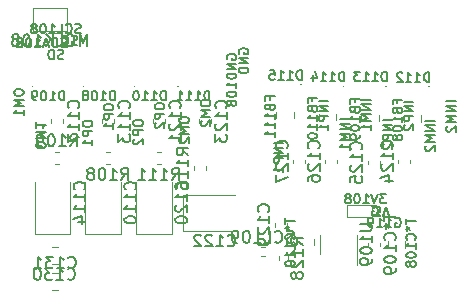
<source format=gbr>
%TF.GenerationSoftware,KiCad,Pcbnew,9.0.4*%
%TF.CreationDate,2025-08-20T17:26:20-04:00*%
%TF.ProjectId,tac5212_audio_board_single_ended,74616335-3231-4325-9f61-7564696f5f62,rev?*%
%TF.SameCoordinates,Original*%
%TF.FileFunction,Legend,Bot*%
%TF.FilePolarity,Positive*%
%FSLAX46Y46*%
G04 Gerber Fmt 4.6, Leading zero omitted, Abs format (unit mm)*
G04 Created by KiCad (PCBNEW 9.0.4) date 2025-08-20 17:26:20*
%MOMM*%
%LPD*%
G01*
G04 APERTURE LIST*
%ADD10C,0.150000*%
%ADD11C,0.180000*%
%ADD12C,0.120000*%
%ADD13C,0.100000*%
G04 APERTURE END LIST*
D10*
X122946609Y-116261309D02*
X122946609Y-116718452D01*
X123746609Y-116489880D02*
X122946609Y-116489880D01*
X122946609Y-117099404D02*
X123137085Y-117099404D01*
X123060894Y-116908928D02*
X123137085Y-117099404D01*
X123137085Y-117099404D02*
X123060894Y-117289881D01*
X123289466Y-116985119D02*
X123137085Y-117099404D01*
X123137085Y-117099404D02*
X123289466Y-117213690D01*
X123670418Y-118051786D02*
X123708514Y-118013690D01*
X123708514Y-118013690D02*
X123746609Y-117899405D01*
X123746609Y-117899405D02*
X123746609Y-117823214D01*
X123746609Y-117823214D02*
X123708514Y-117708928D01*
X123708514Y-117708928D02*
X123632323Y-117632738D01*
X123632323Y-117632738D02*
X123556133Y-117594643D01*
X123556133Y-117594643D02*
X123403752Y-117556547D01*
X123403752Y-117556547D02*
X123289466Y-117556547D01*
X123289466Y-117556547D02*
X123137085Y-117594643D01*
X123137085Y-117594643D02*
X123060894Y-117632738D01*
X123060894Y-117632738D02*
X122984704Y-117708928D01*
X122984704Y-117708928D02*
X122946609Y-117823214D01*
X122946609Y-117823214D02*
X122946609Y-117899405D01*
X122946609Y-117899405D02*
X122984704Y-118013690D01*
X122984704Y-118013690D02*
X123022799Y-118051786D01*
X123746609Y-118813690D02*
X123746609Y-118356547D01*
X123746609Y-118585119D02*
X122946609Y-118585119D01*
X122946609Y-118585119D02*
X123060894Y-118508928D01*
X123060894Y-118508928D02*
X123137085Y-118432738D01*
X123137085Y-118432738D02*
X123175180Y-118356547D01*
X122946609Y-119308929D02*
X122946609Y-119385119D01*
X122946609Y-119385119D02*
X122984704Y-119461310D01*
X122984704Y-119461310D02*
X123022799Y-119499405D01*
X123022799Y-119499405D02*
X123098990Y-119537500D01*
X123098990Y-119537500D02*
X123251371Y-119575595D01*
X123251371Y-119575595D02*
X123441847Y-119575595D01*
X123441847Y-119575595D02*
X123594228Y-119537500D01*
X123594228Y-119537500D02*
X123670418Y-119499405D01*
X123670418Y-119499405D02*
X123708514Y-119461310D01*
X123708514Y-119461310D02*
X123746609Y-119385119D01*
X123746609Y-119385119D02*
X123746609Y-119308929D01*
X123746609Y-119308929D02*
X123708514Y-119232738D01*
X123708514Y-119232738D02*
X123670418Y-119194643D01*
X123670418Y-119194643D02*
X123594228Y-119156548D01*
X123594228Y-119156548D02*
X123441847Y-119118452D01*
X123441847Y-119118452D02*
X123251371Y-119118452D01*
X123251371Y-119118452D02*
X123098990Y-119156548D01*
X123098990Y-119156548D02*
X123022799Y-119194643D01*
X123022799Y-119194643D02*
X122984704Y-119232738D01*
X122984704Y-119232738D02*
X122946609Y-119308929D01*
X123289466Y-120032738D02*
X123251371Y-119956548D01*
X123251371Y-119956548D02*
X123213275Y-119918453D01*
X123213275Y-119918453D02*
X123137085Y-119880357D01*
X123137085Y-119880357D02*
X123098990Y-119880357D01*
X123098990Y-119880357D02*
X123022799Y-119918453D01*
X123022799Y-119918453D02*
X122984704Y-119956548D01*
X122984704Y-119956548D02*
X122946609Y-120032738D01*
X122946609Y-120032738D02*
X122946609Y-120185119D01*
X122946609Y-120185119D02*
X122984704Y-120261310D01*
X122984704Y-120261310D02*
X123022799Y-120299405D01*
X123022799Y-120299405D02*
X123098990Y-120337500D01*
X123098990Y-120337500D02*
X123137085Y-120337500D01*
X123137085Y-120337500D02*
X123213275Y-120299405D01*
X123213275Y-120299405D02*
X123251371Y-120261310D01*
X123251371Y-120261310D02*
X123289466Y-120185119D01*
X123289466Y-120185119D02*
X123289466Y-120032738D01*
X123289466Y-120032738D02*
X123327561Y-119956548D01*
X123327561Y-119956548D02*
X123365656Y-119918453D01*
X123365656Y-119918453D02*
X123441847Y-119880357D01*
X123441847Y-119880357D02*
X123594228Y-119880357D01*
X123594228Y-119880357D02*
X123670418Y-119918453D01*
X123670418Y-119918453D02*
X123708514Y-119956548D01*
X123708514Y-119956548D02*
X123746609Y-120032738D01*
X123746609Y-120032738D02*
X123746609Y-120185119D01*
X123746609Y-120185119D02*
X123708514Y-120261310D01*
X123708514Y-120261310D02*
X123670418Y-120299405D01*
X123670418Y-120299405D02*
X123594228Y-120337500D01*
X123594228Y-120337500D02*
X123441847Y-120337500D01*
X123441847Y-120337500D02*
X123365656Y-120299405D01*
X123365656Y-120299405D02*
X123327561Y-120261310D01*
X123327561Y-120261310D02*
X123289466Y-120185119D01*
X112829580Y-110280952D02*
X112877200Y-110233333D01*
X112877200Y-110233333D02*
X112924819Y-110090476D01*
X112924819Y-110090476D02*
X112924819Y-109995238D01*
X112924819Y-109995238D02*
X112877200Y-109852381D01*
X112877200Y-109852381D02*
X112781961Y-109757143D01*
X112781961Y-109757143D02*
X112686723Y-109709524D01*
X112686723Y-109709524D02*
X112496247Y-109661905D01*
X112496247Y-109661905D02*
X112353390Y-109661905D01*
X112353390Y-109661905D02*
X112162914Y-109709524D01*
X112162914Y-109709524D02*
X112067676Y-109757143D01*
X112067676Y-109757143D02*
X111972438Y-109852381D01*
X111972438Y-109852381D02*
X111924819Y-109995238D01*
X111924819Y-109995238D02*
X111924819Y-110090476D01*
X111924819Y-110090476D02*
X111972438Y-110233333D01*
X111972438Y-110233333D02*
X112020057Y-110280952D01*
X112924819Y-111233333D02*
X112924819Y-110661905D01*
X112924819Y-110947619D02*
X111924819Y-110947619D01*
X111924819Y-110947619D02*
X112067676Y-110852381D01*
X112067676Y-110852381D02*
X112162914Y-110757143D01*
X112162914Y-110757143D02*
X112210533Y-110661905D01*
X112020057Y-111614286D02*
X111972438Y-111661905D01*
X111972438Y-111661905D02*
X111924819Y-111757143D01*
X111924819Y-111757143D02*
X111924819Y-111995238D01*
X111924819Y-111995238D02*
X111972438Y-112090476D01*
X111972438Y-112090476D02*
X112020057Y-112138095D01*
X112020057Y-112138095D02*
X112115295Y-112185714D01*
X112115295Y-112185714D02*
X112210533Y-112185714D01*
X112210533Y-112185714D02*
X112353390Y-112138095D01*
X112353390Y-112138095D02*
X112924819Y-111566667D01*
X112924819Y-111566667D02*
X112924819Y-112185714D01*
X111924819Y-112519048D02*
X111924819Y-113185714D01*
X111924819Y-113185714D02*
X112924819Y-112757143D01*
D11*
X101660735Y-106667857D02*
X101660735Y-106820238D01*
X101660735Y-106820238D02*
X101698830Y-106896428D01*
X101698830Y-106896428D02*
X101775020Y-106972619D01*
X101775020Y-106972619D02*
X101927401Y-107010714D01*
X101927401Y-107010714D02*
X102194068Y-107010714D01*
X102194068Y-107010714D02*
X102346449Y-106972619D01*
X102346449Y-106972619D02*
X102422640Y-106896428D01*
X102422640Y-106896428D02*
X102460735Y-106820238D01*
X102460735Y-106820238D02*
X102460735Y-106667857D01*
X102460735Y-106667857D02*
X102422640Y-106591666D01*
X102422640Y-106591666D02*
X102346449Y-106515476D01*
X102346449Y-106515476D02*
X102194068Y-106477380D01*
X102194068Y-106477380D02*
X101927401Y-106477380D01*
X101927401Y-106477380D02*
X101775020Y-106515476D01*
X101775020Y-106515476D02*
X101698830Y-106591666D01*
X101698830Y-106591666D02*
X101660735Y-106667857D01*
X102460735Y-107353571D02*
X101660735Y-107353571D01*
X101660735Y-107353571D02*
X101660735Y-107658333D01*
X101660735Y-107658333D02*
X101698830Y-107734523D01*
X101698830Y-107734523D02*
X101736925Y-107772618D01*
X101736925Y-107772618D02*
X101813116Y-107810714D01*
X101813116Y-107810714D02*
X101927401Y-107810714D01*
X101927401Y-107810714D02*
X102003592Y-107772618D01*
X102003592Y-107772618D02*
X102041687Y-107734523D01*
X102041687Y-107734523D02*
X102079782Y-107658333D01*
X102079782Y-107658333D02*
X102079782Y-107353571D01*
X101736925Y-108115475D02*
X101698830Y-108153571D01*
X101698830Y-108153571D02*
X101660735Y-108229761D01*
X101660735Y-108229761D02*
X101660735Y-108420237D01*
X101660735Y-108420237D02*
X101698830Y-108496428D01*
X101698830Y-108496428D02*
X101736925Y-108534523D01*
X101736925Y-108534523D02*
X101813116Y-108572618D01*
X101813116Y-108572618D02*
X101889306Y-108572618D01*
X101889306Y-108572618D02*
X102003592Y-108534523D01*
X102003592Y-108534523D02*
X102460735Y-108077380D01*
X102460735Y-108077380D02*
X102460735Y-108572618D01*
D10*
X99862295Y-108066541D02*
X99862295Y-108218922D01*
X99862295Y-108218922D02*
X99900390Y-108295112D01*
X99900390Y-108295112D02*
X99976580Y-108371303D01*
X99976580Y-108371303D02*
X100128961Y-108409398D01*
X100128961Y-108409398D02*
X100395628Y-108409398D01*
X100395628Y-108409398D02*
X100548009Y-108371303D01*
X100548009Y-108371303D02*
X100624200Y-108295112D01*
X100624200Y-108295112D02*
X100662295Y-108218922D01*
X100662295Y-108218922D02*
X100662295Y-108066541D01*
X100662295Y-108066541D02*
X100624200Y-107990350D01*
X100624200Y-107990350D02*
X100548009Y-107914160D01*
X100548009Y-107914160D02*
X100395628Y-107876064D01*
X100395628Y-107876064D02*
X100128961Y-107876064D01*
X100128961Y-107876064D02*
X99976580Y-107914160D01*
X99976580Y-107914160D02*
X99900390Y-107990350D01*
X99900390Y-107990350D02*
X99862295Y-108066541D01*
X100662295Y-108752255D02*
X99862295Y-108752255D01*
X99862295Y-108752255D02*
X99862295Y-109057017D01*
X99862295Y-109057017D02*
X99900390Y-109133207D01*
X99900390Y-109133207D02*
X99938485Y-109171302D01*
X99938485Y-109171302D02*
X100014676Y-109209398D01*
X100014676Y-109209398D02*
X100128961Y-109209398D01*
X100128961Y-109209398D02*
X100205152Y-109171302D01*
X100205152Y-109171302D02*
X100243247Y-109133207D01*
X100243247Y-109133207D02*
X100281342Y-109057017D01*
X100281342Y-109057017D02*
X100281342Y-108752255D01*
X99938485Y-109514159D02*
X99900390Y-109552255D01*
X99900390Y-109552255D02*
X99862295Y-109628445D01*
X99862295Y-109628445D02*
X99862295Y-109818921D01*
X99862295Y-109818921D02*
X99900390Y-109895112D01*
X99900390Y-109895112D02*
X99938485Y-109933207D01*
X99938485Y-109933207D02*
X100014676Y-109971302D01*
X100014676Y-109971302D02*
X100090866Y-109971302D01*
X100090866Y-109971302D02*
X100205152Y-109933207D01*
X100205152Y-109933207D02*
X100662295Y-109476064D01*
X100662295Y-109476064D02*
X100662295Y-109971302D01*
X106302380Y-106237295D02*
X106302380Y-105437295D01*
X106302380Y-105437295D02*
X106111904Y-105437295D01*
X106111904Y-105437295D02*
X105997618Y-105475390D01*
X105997618Y-105475390D02*
X105921428Y-105551580D01*
X105921428Y-105551580D02*
X105883333Y-105627771D01*
X105883333Y-105627771D02*
X105845237Y-105780152D01*
X105845237Y-105780152D02*
X105845237Y-105894438D01*
X105845237Y-105894438D02*
X105883333Y-106046819D01*
X105883333Y-106046819D02*
X105921428Y-106123009D01*
X105921428Y-106123009D02*
X105997618Y-106199200D01*
X105997618Y-106199200D02*
X106111904Y-106237295D01*
X106111904Y-106237295D02*
X106302380Y-106237295D01*
X105083333Y-106237295D02*
X105540476Y-106237295D01*
X105311904Y-106237295D02*
X105311904Y-105437295D01*
X105311904Y-105437295D02*
X105388095Y-105551580D01*
X105388095Y-105551580D02*
X105464285Y-105627771D01*
X105464285Y-105627771D02*
X105540476Y-105665866D01*
X104321428Y-106237295D02*
X104778571Y-106237295D01*
X104549999Y-106237295D02*
X104549999Y-105437295D01*
X104549999Y-105437295D02*
X104626190Y-105551580D01*
X104626190Y-105551580D02*
X104702380Y-105627771D01*
X104702380Y-105627771D02*
X104778571Y-105665866D01*
X103559523Y-106237295D02*
X104016666Y-106237295D01*
X103788094Y-106237295D02*
X103788094Y-105437295D01*
X103788094Y-105437295D02*
X103864285Y-105551580D01*
X103864285Y-105551580D02*
X103940475Y-105627771D01*
X103940475Y-105627771D02*
X104016666Y-105665866D01*
X98819047Y-112984819D02*
X99152380Y-112508628D01*
X99390475Y-112984819D02*
X99390475Y-111984819D01*
X99390475Y-111984819D02*
X99009523Y-111984819D01*
X99009523Y-111984819D02*
X98914285Y-112032438D01*
X98914285Y-112032438D02*
X98866666Y-112080057D01*
X98866666Y-112080057D02*
X98819047Y-112175295D01*
X98819047Y-112175295D02*
X98819047Y-112318152D01*
X98819047Y-112318152D02*
X98866666Y-112413390D01*
X98866666Y-112413390D02*
X98914285Y-112461009D01*
X98914285Y-112461009D02*
X99009523Y-112508628D01*
X99009523Y-112508628D02*
X99390475Y-112508628D01*
X97866666Y-112984819D02*
X98438094Y-112984819D01*
X98152380Y-112984819D02*
X98152380Y-111984819D01*
X98152380Y-111984819D02*
X98247618Y-112127676D01*
X98247618Y-112127676D02*
X98342856Y-112222914D01*
X98342856Y-112222914D02*
X98438094Y-112270533D01*
X97247618Y-111984819D02*
X97152380Y-111984819D01*
X97152380Y-111984819D02*
X97057142Y-112032438D01*
X97057142Y-112032438D02*
X97009523Y-112080057D01*
X97009523Y-112080057D02*
X96961904Y-112175295D01*
X96961904Y-112175295D02*
X96914285Y-112365771D01*
X96914285Y-112365771D02*
X96914285Y-112603866D01*
X96914285Y-112603866D02*
X96961904Y-112794342D01*
X96961904Y-112794342D02*
X97009523Y-112889580D01*
X97009523Y-112889580D02*
X97057142Y-112937200D01*
X97057142Y-112937200D02*
X97152380Y-112984819D01*
X97152380Y-112984819D02*
X97247618Y-112984819D01*
X97247618Y-112984819D02*
X97342856Y-112937200D01*
X97342856Y-112937200D02*
X97390475Y-112889580D01*
X97390475Y-112889580D02*
X97438094Y-112794342D01*
X97438094Y-112794342D02*
X97485713Y-112603866D01*
X97485713Y-112603866D02*
X97485713Y-112365771D01*
X97485713Y-112365771D02*
X97438094Y-112175295D01*
X97438094Y-112175295D02*
X97390475Y-112080057D01*
X97390475Y-112080057D02*
X97342856Y-112032438D01*
X97342856Y-112032438D02*
X97247618Y-111984819D01*
X96342856Y-112413390D02*
X96438094Y-112365771D01*
X96438094Y-112365771D02*
X96485713Y-112318152D01*
X96485713Y-112318152D02*
X96533332Y-112222914D01*
X96533332Y-112222914D02*
X96533332Y-112175295D01*
X96533332Y-112175295D02*
X96485713Y-112080057D01*
X96485713Y-112080057D02*
X96438094Y-112032438D01*
X96438094Y-112032438D02*
X96342856Y-111984819D01*
X96342856Y-111984819D02*
X96152380Y-111984819D01*
X96152380Y-111984819D02*
X96057142Y-112032438D01*
X96057142Y-112032438D02*
X96009523Y-112080057D01*
X96009523Y-112080057D02*
X95961904Y-112175295D01*
X95961904Y-112175295D02*
X95961904Y-112222914D01*
X95961904Y-112222914D02*
X96009523Y-112318152D01*
X96009523Y-112318152D02*
X96057142Y-112365771D01*
X96057142Y-112365771D02*
X96152380Y-112413390D01*
X96152380Y-112413390D02*
X96342856Y-112413390D01*
X96342856Y-112413390D02*
X96438094Y-112461009D01*
X96438094Y-112461009D02*
X96485713Y-112508628D01*
X96485713Y-112508628D02*
X96533332Y-112603866D01*
X96533332Y-112603866D02*
X96533332Y-112794342D01*
X96533332Y-112794342D02*
X96485713Y-112889580D01*
X96485713Y-112889580D02*
X96438094Y-112937200D01*
X96438094Y-112937200D02*
X96342856Y-112984819D01*
X96342856Y-112984819D02*
X96152380Y-112984819D01*
X96152380Y-112984819D02*
X96057142Y-112937200D01*
X96057142Y-112937200D02*
X96009523Y-112889580D01*
X96009523Y-112889580D02*
X95961904Y-112794342D01*
X95961904Y-112794342D02*
X95961904Y-112603866D01*
X95961904Y-112603866D02*
X96009523Y-112508628D01*
X96009523Y-112508628D02*
X96057142Y-112461009D01*
X96057142Y-112461009D02*
X96152380Y-112413390D01*
D11*
X123560735Y-106335000D02*
X122760735Y-106335000D01*
X123560735Y-106715952D02*
X122760735Y-106715952D01*
X122760735Y-106715952D02*
X123560735Y-107173095D01*
X123560735Y-107173095D02*
X122760735Y-107173095D01*
X123560735Y-107554047D02*
X122760735Y-107554047D01*
X122760735Y-107554047D02*
X122760735Y-107858809D01*
X122760735Y-107858809D02*
X122798830Y-107934999D01*
X122798830Y-107934999D02*
X122836925Y-107973094D01*
X122836925Y-107973094D02*
X122913116Y-108011190D01*
X122913116Y-108011190D02*
X123027401Y-108011190D01*
X123027401Y-108011190D02*
X123103592Y-107973094D01*
X123103592Y-107973094D02*
X123141687Y-107934999D01*
X123141687Y-107934999D02*
X123179782Y-107858809D01*
X123179782Y-107858809D02*
X123179782Y-107554047D01*
X122836925Y-108315951D02*
X122798830Y-108354047D01*
X122798830Y-108354047D02*
X122760735Y-108430237D01*
X122760735Y-108430237D02*
X122760735Y-108620713D01*
X122760735Y-108620713D02*
X122798830Y-108696904D01*
X122798830Y-108696904D02*
X122836925Y-108734999D01*
X122836925Y-108734999D02*
X122913116Y-108773094D01*
X122913116Y-108773094D02*
X122989306Y-108773094D01*
X122989306Y-108773094D02*
X123103592Y-108734999D01*
X123103592Y-108734999D02*
X123560735Y-108277856D01*
X123560735Y-108277856D02*
X123560735Y-108773094D01*
D10*
X121762295Y-107924160D02*
X120962295Y-107924160D01*
X121762295Y-108305112D02*
X120962295Y-108305112D01*
X120962295Y-108305112D02*
X121762295Y-108762255D01*
X121762295Y-108762255D02*
X120962295Y-108762255D01*
X121762295Y-109143207D02*
X120962295Y-109143207D01*
X120962295Y-109143207D02*
X120962295Y-109447969D01*
X120962295Y-109447969D02*
X121000390Y-109524159D01*
X121000390Y-109524159D02*
X121038485Y-109562254D01*
X121038485Y-109562254D02*
X121114676Y-109600350D01*
X121114676Y-109600350D02*
X121228961Y-109600350D01*
X121228961Y-109600350D02*
X121305152Y-109562254D01*
X121305152Y-109562254D02*
X121343247Y-109524159D01*
X121343247Y-109524159D02*
X121381342Y-109447969D01*
X121381342Y-109447969D02*
X121381342Y-109143207D01*
X121038485Y-109905111D02*
X121000390Y-109943207D01*
X121000390Y-109943207D02*
X120962295Y-110019397D01*
X120962295Y-110019397D02*
X120962295Y-110209873D01*
X120962295Y-110209873D02*
X121000390Y-110286064D01*
X121000390Y-110286064D02*
X121038485Y-110324159D01*
X121038485Y-110324159D02*
X121114676Y-110362254D01*
X121114676Y-110362254D02*
X121190866Y-110362254D01*
X121190866Y-110362254D02*
X121305152Y-110324159D01*
X121305152Y-110324159D02*
X121762295Y-109867016D01*
X121762295Y-109867016D02*
X121762295Y-110362254D01*
X121084819Y-115842262D02*
X121084819Y-116413690D01*
X122084819Y-116127976D02*
X121084819Y-116127976D01*
X121084819Y-116889881D02*
X121322914Y-116889881D01*
X121227676Y-116651786D02*
X121322914Y-116889881D01*
X121322914Y-116889881D02*
X121227676Y-117127976D01*
X121513390Y-116747024D02*
X121322914Y-116889881D01*
X121322914Y-116889881D02*
X121513390Y-117032738D01*
X121989580Y-118080357D02*
X122037200Y-118032738D01*
X122037200Y-118032738D02*
X122084819Y-117889881D01*
X122084819Y-117889881D02*
X122084819Y-117794643D01*
X122084819Y-117794643D02*
X122037200Y-117651786D01*
X122037200Y-117651786D02*
X121941961Y-117556548D01*
X121941961Y-117556548D02*
X121846723Y-117508929D01*
X121846723Y-117508929D02*
X121656247Y-117461310D01*
X121656247Y-117461310D02*
X121513390Y-117461310D01*
X121513390Y-117461310D02*
X121322914Y-117508929D01*
X121322914Y-117508929D02*
X121227676Y-117556548D01*
X121227676Y-117556548D02*
X121132438Y-117651786D01*
X121132438Y-117651786D02*
X121084819Y-117794643D01*
X121084819Y-117794643D02*
X121084819Y-117889881D01*
X121084819Y-117889881D02*
X121132438Y-118032738D01*
X121132438Y-118032738D02*
X121180057Y-118080357D01*
X122084819Y-119032738D02*
X122084819Y-118461310D01*
X122084819Y-118747024D02*
X121084819Y-118747024D01*
X121084819Y-118747024D02*
X121227676Y-118651786D01*
X121227676Y-118651786D02*
X121322914Y-118556548D01*
X121322914Y-118556548D02*
X121370533Y-118461310D01*
X121084819Y-119651786D02*
X121084819Y-119747024D01*
X121084819Y-119747024D02*
X121132438Y-119842262D01*
X121132438Y-119842262D02*
X121180057Y-119889881D01*
X121180057Y-119889881D02*
X121275295Y-119937500D01*
X121275295Y-119937500D02*
X121465771Y-119985119D01*
X121465771Y-119985119D02*
X121703866Y-119985119D01*
X121703866Y-119985119D02*
X121894342Y-119937500D01*
X121894342Y-119937500D02*
X121989580Y-119889881D01*
X121989580Y-119889881D02*
X122037200Y-119842262D01*
X122037200Y-119842262D02*
X122084819Y-119747024D01*
X122084819Y-119747024D02*
X122084819Y-119651786D01*
X122084819Y-119651786D02*
X122037200Y-119556548D01*
X122037200Y-119556548D02*
X121989580Y-119508929D01*
X121989580Y-119508929D02*
X121894342Y-119461310D01*
X121894342Y-119461310D02*
X121703866Y-119413691D01*
X121703866Y-119413691D02*
X121465771Y-119413691D01*
X121465771Y-119413691D02*
X121275295Y-119461310D01*
X121275295Y-119461310D02*
X121180057Y-119508929D01*
X121180057Y-119508929D02*
X121132438Y-119556548D01*
X121132438Y-119556548D02*
X121084819Y-119651786D01*
X122084819Y-120461310D02*
X122084819Y-120651786D01*
X122084819Y-120651786D02*
X122037200Y-120747024D01*
X122037200Y-120747024D02*
X121989580Y-120794643D01*
X121989580Y-120794643D02*
X121846723Y-120889881D01*
X121846723Y-120889881D02*
X121656247Y-120937500D01*
X121656247Y-120937500D02*
X121275295Y-120937500D01*
X121275295Y-120937500D02*
X121180057Y-120889881D01*
X121180057Y-120889881D02*
X121132438Y-120842262D01*
X121132438Y-120842262D02*
X121084819Y-120747024D01*
X121084819Y-120747024D02*
X121084819Y-120556548D01*
X121084819Y-120556548D02*
X121132438Y-120461310D01*
X121132438Y-120461310D02*
X121180057Y-120413691D01*
X121180057Y-120413691D02*
X121275295Y-120366072D01*
X121275295Y-120366072D02*
X121513390Y-120366072D01*
X121513390Y-120366072D02*
X121608628Y-120413691D01*
X121608628Y-120413691D02*
X121656247Y-120461310D01*
X121656247Y-120461310D02*
X121703866Y-120556548D01*
X121703866Y-120556548D02*
X121703866Y-120747024D01*
X121703866Y-120747024D02*
X121656247Y-120842262D01*
X121656247Y-120842262D02*
X121608628Y-120889881D01*
X121608628Y-120889881D02*
X121513390Y-120937500D01*
X114224819Y-118480952D02*
X113748628Y-118147619D01*
X114224819Y-117909524D02*
X113224819Y-117909524D01*
X113224819Y-117909524D02*
X113224819Y-118290476D01*
X113224819Y-118290476D02*
X113272438Y-118385714D01*
X113272438Y-118385714D02*
X113320057Y-118433333D01*
X113320057Y-118433333D02*
X113415295Y-118480952D01*
X113415295Y-118480952D02*
X113558152Y-118480952D01*
X113558152Y-118480952D02*
X113653390Y-118433333D01*
X113653390Y-118433333D02*
X113701009Y-118385714D01*
X113701009Y-118385714D02*
X113748628Y-118290476D01*
X113748628Y-118290476D02*
X113748628Y-117909524D01*
X114224819Y-119433333D02*
X114224819Y-118861905D01*
X114224819Y-119147619D02*
X113224819Y-119147619D01*
X113224819Y-119147619D02*
X113367676Y-119052381D01*
X113367676Y-119052381D02*
X113462914Y-118957143D01*
X113462914Y-118957143D02*
X113510533Y-118861905D01*
X113320057Y-119814286D02*
X113272438Y-119861905D01*
X113272438Y-119861905D02*
X113224819Y-119957143D01*
X113224819Y-119957143D02*
X113224819Y-120195238D01*
X113224819Y-120195238D02*
X113272438Y-120290476D01*
X113272438Y-120290476D02*
X113320057Y-120338095D01*
X113320057Y-120338095D02*
X113415295Y-120385714D01*
X113415295Y-120385714D02*
X113510533Y-120385714D01*
X113510533Y-120385714D02*
X113653390Y-120338095D01*
X113653390Y-120338095D02*
X114224819Y-119766667D01*
X114224819Y-119766667D02*
X114224819Y-120385714D01*
X113653390Y-120957143D02*
X113605771Y-120861905D01*
X113605771Y-120861905D02*
X113558152Y-120814286D01*
X113558152Y-120814286D02*
X113462914Y-120766667D01*
X113462914Y-120766667D02*
X113415295Y-120766667D01*
X113415295Y-120766667D02*
X113320057Y-120814286D01*
X113320057Y-120814286D02*
X113272438Y-120861905D01*
X113272438Y-120861905D02*
X113224819Y-120957143D01*
X113224819Y-120957143D02*
X113224819Y-121147619D01*
X113224819Y-121147619D02*
X113272438Y-121242857D01*
X113272438Y-121242857D02*
X113320057Y-121290476D01*
X113320057Y-121290476D02*
X113415295Y-121338095D01*
X113415295Y-121338095D02*
X113462914Y-121338095D01*
X113462914Y-121338095D02*
X113558152Y-121290476D01*
X113558152Y-121290476D02*
X113605771Y-121242857D01*
X113605771Y-121242857D02*
X113653390Y-121147619D01*
X113653390Y-121147619D02*
X113653390Y-120957143D01*
X113653390Y-120957143D02*
X113701009Y-120861905D01*
X113701009Y-120861905D02*
X113748628Y-120814286D01*
X113748628Y-120814286D02*
X113843866Y-120766667D01*
X113843866Y-120766667D02*
X114034342Y-120766667D01*
X114034342Y-120766667D02*
X114129580Y-120814286D01*
X114129580Y-120814286D02*
X114177200Y-120861905D01*
X114177200Y-120861905D02*
X114224819Y-120957143D01*
X114224819Y-120957143D02*
X114224819Y-121147619D01*
X114224819Y-121147619D02*
X114177200Y-121242857D01*
X114177200Y-121242857D02*
X114129580Y-121290476D01*
X114129580Y-121290476D02*
X114034342Y-121338095D01*
X114034342Y-121338095D02*
X113843866Y-121338095D01*
X113843866Y-121338095D02*
X113748628Y-121290476D01*
X113748628Y-121290476D02*
X113701009Y-121242857D01*
X113701009Y-121242857D02*
X113653390Y-121147619D01*
X121729580Y-110280952D02*
X121777200Y-110233333D01*
X121777200Y-110233333D02*
X121824819Y-110090476D01*
X121824819Y-110090476D02*
X121824819Y-109995238D01*
X121824819Y-109995238D02*
X121777200Y-109852381D01*
X121777200Y-109852381D02*
X121681961Y-109757143D01*
X121681961Y-109757143D02*
X121586723Y-109709524D01*
X121586723Y-109709524D02*
X121396247Y-109661905D01*
X121396247Y-109661905D02*
X121253390Y-109661905D01*
X121253390Y-109661905D02*
X121062914Y-109709524D01*
X121062914Y-109709524D02*
X120967676Y-109757143D01*
X120967676Y-109757143D02*
X120872438Y-109852381D01*
X120872438Y-109852381D02*
X120824819Y-109995238D01*
X120824819Y-109995238D02*
X120824819Y-110090476D01*
X120824819Y-110090476D02*
X120872438Y-110233333D01*
X120872438Y-110233333D02*
X120920057Y-110280952D01*
X121824819Y-111233333D02*
X121824819Y-110661905D01*
X121824819Y-110947619D02*
X120824819Y-110947619D01*
X120824819Y-110947619D02*
X120967676Y-110852381D01*
X120967676Y-110852381D02*
X121062914Y-110757143D01*
X121062914Y-110757143D02*
X121110533Y-110661905D01*
X120920057Y-111614286D02*
X120872438Y-111661905D01*
X120872438Y-111661905D02*
X120824819Y-111757143D01*
X120824819Y-111757143D02*
X120824819Y-111995238D01*
X120824819Y-111995238D02*
X120872438Y-112090476D01*
X120872438Y-112090476D02*
X120920057Y-112138095D01*
X120920057Y-112138095D02*
X121015295Y-112185714D01*
X121015295Y-112185714D02*
X121110533Y-112185714D01*
X121110533Y-112185714D02*
X121253390Y-112138095D01*
X121253390Y-112138095D02*
X121824819Y-111566667D01*
X121824819Y-111566667D02*
X121824819Y-112185714D01*
X121158152Y-113042857D02*
X121824819Y-113042857D01*
X120777200Y-112804762D02*
X121491485Y-112566667D01*
X121491485Y-112566667D02*
X121491485Y-113185714D01*
X94344447Y-120372079D02*
X94392066Y-120419699D01*
X94392066Y-120419699D02*
X94534923Y-120467318D01*
X94534923Y-120467318D02*
X94630161Y-120467318D01*
X94630161Y-120467318D02*
X94773018Y-120419699D01*
X94773018Y-120419699D02*
X94868256Y-120324460D01*
X94868256Y-120324460D02*
X94915875Y-120229222D01*
X94915875Y-120229222D02*
X94963494Y-120038746D01*
X94963494Y-120038746D02*
X94963494Y-119895889D01*
X94963494Y-119895889D02*
X94915875Y-119705413D01*
X94915875Y-119705413D02*
X94868256Y-119610175D01*
X94868256Y-119610175D02*
X94773018Y-119514937D01*
X94773018Y-119514937D02*
X94630161Y-119467318D01*
X94630161Y-119467318D02*
X94534923Y-119467318D01*
X94534923Y-119467318D02*
X94392066Y-119514937D01*
X94392066Y-119514937D02*
X94344447Y-119562556D01*
X93392066Y-120467318D02*
X93963494Y-120467318D01*
X93677780Y-120467318D02*
X93677780Y-119467318D01*
X93677780Y-119467318D02*
X93773018Y-119610175D01*
X93773018Y-119610175D02*
X93868256Y-119705413D01*
X93868256Y-119705413D02*
X93963494Y-119753032D01*
X93058732Y-119467318D02*
X92439685Y-119467318D01*
X92439685Y-119467318D02*
X92773018Y-119848270D01*
X92773018Y-119848270D02*
X92630161Y-119848270D01*
X92630161Y-119848270D02*
X92534923Y-119895889D01*
X92534923Y-119895889D02*
X92487304Y-119943508D01*
X92487304Y-119943508D02*
X92439685Y-120038746D01*
X92439685Y-120038746D02*
X92439685Y-120276841D01*
X92439685Y-120276841D02*
X92487304Y-120372079D01*
X92487304Y-120372079D02*
X92534923Y-120419699D01*
X92534923Y-120419699D02*
X92630161Y-120467318D01*
X92630161Y-120467318D02*
X92915875Y-120467318D01*
X92915875Y-120467318D02*
X93011113Y-120419699D01*
X93011113Y-120419699D02*
X93058732Y-120372079D01*
X91487304Y-120467318D02*
X92058732Y-120467318D01*
X91773018Y-120467318D02*
X91773018Y-119467318D01*
X91773018Y-119467318D02*
X91868256Y-119610175D01*
X91868256Y-119610175D02*
X91963494Y-119705413D01*
X91963494Y-119705413D02*
X92058732Y-119753032D01*
X94293647Y-121347080D02*
X94341266Y-121394700D01*
X94341266Y-121394700D02*
X94484123Y-121442319D01*
X94484123Y-121442319D02*
X94579361Y-121442319D01*
X94579361Y-121442319D02*
X94722218Y-121394700D01*
X94722218Y-121394700D02*
X94817456Y-121299461D01*
X94817456Y-121299461D02*
X94865075Y-121204223D01*
X94865075Y-121204223D02*
X94912694Y-121013747D01*
X94912694Y-121013747D02*
X94912694Y-120870890D01*
X94912694Y-120870890D02*
X94865075Y-120680414D01*
X94865075Y-120680414D02*
X94817456Y-120585176D01*
X94817456Y-120585176D02*
X94722218Y-120489938D01*
X94722218Y-120489938D02*
X94579361Y-120442319D01*
X94579361Y-120442319D02*
X94484123Y-120442319D01*
X94484123Y-120442319D02*
X94341266Y-120489938D01*
X94341266Y-120489938D02*
X94293647Y-120537557D01*
X93341266Y-121442319D02*
X93912694Y-121442319D01*
X93626980Y-121442319D02*
X93626980Y-120442319D01*
X93626980Y-120442319D02*
X93722218Y-120585176D01*
X93722218Y-120585176D02*
X93817456Y-120680414D01*
X93817456Y-120680414D02*
X93912694Y-120728033D01*
X93007932Y-120442319D02*
X92388885Y-120442319D01*
X92388885Y-120442319D02*
X92722218Y-120823271D01*
X92722218Y-120823271D02*
X92579361Y-120823271D01*
X92579361Y-120823271D02*
X92484123Y-120870890D01*
X92484123Y-120870890D02*
X92436504Y-120918509D01*
X92436504Y-120918509D02*
X92388885Y-121013747D01*
X92388885Y-121013747D02*
X92388885Y-121251842D01*
X92388885Y-121251842D02*
X92436504Y-121347080D01*
X92436504Y-121347080D02*
X92484123Y-121394700D01*
X92484123Y-121394700D02*
X92579361Y-121442319D01*
X92579361Y-121442319D02*
X92865075Y-121442319D01*
X92865075Y-121442319D02*
X92960313Y-121394700D01*
X92960313Y-121394700D02*
X93007932Y-121347080D01*
X91769837Y-120442319D02*
X91674599Y-120442319D01*
X91674599Y-120442319D02*
X91579361Y-120489938D01*
X91579361Y-120489938D02*
X91531742Y-120537557D01*
X91531742Y-120537557D02*
X91484123Y-120632795D01*
X91484123Y-120632795D02*
X91436504Y-120823271D01*
X91436504Y-120823271D02*
X91436504Y-121061366D01*
X91436504Y-121061366D02*
X91484123Y-121251842D01*
X91484123Y-121251842D02*
X91531742Y-121347080D01*
X91531742Y-121347080D02*
X91579361Y-121394700D01*
X91579361Y-121394700D02*
X91674599Y-121442319D01*
X91674599Y-121442319D02*
X91769837Y-121442319D01*
X91769837Y-121442319D02*
X91865075Y-121394700D01*
X91865075Y-121394700D02*
X91912694Y-121347080D01*
X91912694Y-121347080D02*
X91960313Y-121251842D01*
X91960313Y-121251842D02*
X92007932Y-121061366D01*
X92007932Y-121061366D02*
X92007932Y-120823271D01*
X92007932Y-120823271D02*
X91960313Y-120632795D01*
X91960313Y-120632795D02*
X91912694Y-120537557D01*
X91912694Y-120537557D02*
X91865075Y-120489938D01*
X91865075Y-120489938D02*
X91769837Y-120442319D01*
D11*
X107798830Y-102747618D02*
X107760735Y-102671428D01*
X107760735Y-102671428D02*
X107760735Y-102557142D01*
X107760735Y-102557142D02*
X107798830Y-102442856D01*
X107798830Y-102442856D02*
X107875020Y-102366666D01*
X107875020Y-102366666D02*
X107951211Y-102328571D01*
X107951211Y-102328571D02*
X108103592Y-102290475D01*
X108103592Y-102290475D02*
X108217878Y-102290475D01*
X108217878Y-102290475D02*
X108370259Y-102328571D01*
X108370259Y-102328571D02*
X108446449Y-102366666D01*
X108446449Y-102366666D02*
X108522640Y-102442856D01*
X108522640Y-102442856D02*
X108560735Y-102557142D01*
X108560735Y-102557142D02*
X108560735Y-102633333D01*
X108560735Y-102633333D02*
X108522640Y-102747618D01*
X108522640Y-102747618D02*
X108484544Y-102785714D01*
X108484544Y-102785714D02*
X108217878Y-102785714D01*
X108217878Y-102785714D02*
X108217878Y-102633333D01*
X108560735Y-103128571D02*
X107760735Y-103128571D01*
X107760735Y-103128571D02*
X108560735Y-103585714D01*
X108560735Y-103585714D02*
X107760735Y-103585714D01*
X108560735Y-103966666D02*
X107760735Y-103966666D01*
X107760735Y-103966666D02*
X107760735Y-104157142D01*
X107760735Y-104157142D02*
X107798830Y-104271428D01*
X107798830Y-104271428D02*
X107875020Y-104347618D01*
X107875020Y-104347618D02*
X107951211Y-104385713D01*
X107951211Y-104385713D02*
X108103592Y-104423809D01*
X108103592Y-104423809D02*
X108217878Y-104423809D01*
X108217878Y-104423809D02*
X108370259Y-104385713D01*
X108370259Y-104385713D02*
X108446449Y-104347618D01*
X108446449Y-104347618D02*
X108522640Y-104271428D01*
X108522640Y-104271428D02*
X108560735Y-104157142D01*
X108560735Y-104157142D02*
X108560735Y-103966666D01*
X108560735Y-105185713D02*
X108560735Y-104728570D01*
X108560735Y-104957142D02*
X107760735Y-104957142D01*
X107760735Y-104957142D02*
X107875020Y-104880951D01*
X107875020Y-104880951D02*
X107951211Y-104804761D01*
X107951211Y-104804761D02*
X107989306Y-104728570D01*
X107760735Y-105680952D02*
X107760735Y-105757142D01*
X107760735Y-105757142D02*
X107798830Y-105833333D01*
X107798830Y-105833333D02*
X107836925Y-105871428D01*
X107836925Y-105871428D02*
X107913116Y-105909523D01*
X107913116Y-105909523D02*
X108065497Y-105947618D01*
X108065497Y-105947618D02*
X108255973Y-105947618D01*
X108255973Y-105947618D02*
X108408354Y-105909523D01*
X108408354Y-105909523D02*
X108484544Y-105871428D01*
X108484544Y-105871428D02*
X108522640Y-105833333D01*
X108522640Y-105833333D02*
X108560735Y-105757142D01*
X108560735Y-105757142D02*
X108560735Y-105680952D01*
X108560735Y-105680952D02*
X108522640Y-105604761D01*
X108522640Y-105604761D02*
X108484544Y-105566666D01*
X108484544Y-105566666D02*
X108408354Y-105528571D01*
X108408354Y-105528571D02*
X108255973Y-105490475D01*
X108255973Y-105490475D02*
X108065497Y-105490475D01*
X108065497Y-105490475D02*
X107913116Y-105528571D01*
X107913116Y-105528571D02*
X107836925Y-105566666D01*
X107836925Y-105566666D02*
X107798830Y-105604761D01*
X107798830Y-105604761D02*
X107760735Y-105680952D01*
X108103592Y-106404761D02*
X108065497Y-106328571D01*
X108065497Y-106328571D02*
X108027401Y-106290476D01*
X108027401Y-106290476D02*
X107951211Y-106252380D01*
X107951211Y-106252380D02*
X107913116Y-106252380D01*
X107913116Y-106252380D02*
X107836925Y-106290476D01*
X107836925Y-106290476D02*
X107798830Y-106328571D01*
X107798830Y-106328571D02*
X107760735Y-106404761D01*
X107760735Y-106404761D02*
X107760735Y-106557142D01*
X107760735Y-106557142D02*
X107798830Y-106633333D01*
X107798830Y-106633333D02*
X107836925Y-106671428D01*
X107836925Y-106671428D02*
X107913116Y-106709523D01*
X107913116Y-106709523D02*
X107951211Y-106709523D01*
X107951211Y-106709523D02*
X108027401Y-106671428D01*
X108027401Y-106671428D02*
X108065497Y-106633333D01*
X108065497Y-106633333D02*
X108103592Y-106557142D01*
X108103592Y-106557142D02*
X108103592Y-106404761D01*
X108103592Y-106404761D02*
X108141687Y-106328571D01*
X108141687Y-106328571D02*
X108179782Y-106290476D01*
X108179782Y-106290476D02*
X108255973Y-106252380D01*
X108255973Y-106252380D02*
X108408354Y-106252380D01*
X108408354Y-106252380D02*
X108484544Y-106290476D01*
X108484544Y-106290476D02*
X108522640Y-106328571D01*
X108522640Y-106328571D02*
X108560735Y-106404761D01*
X108560735Y-106404761D02*
X108560735Y-106557142D01*
X108560735Y-106557142D02*
X108522640Y-106633333D01*
X108522640Y-106633333D02*
X108484544Y-106671428D01*
X108484544Y-106671428D02*
X108408354Y-106709523D01*
X108408354Y-106709523D02*
X108255973Y-106709523D01*
X108255973Y-106709523D02*
X108179782Y-106671428D01*
X108179782Y-106671428D02*
X108141687Y-106633333D01*
X108141687Y-106633333D02*
X108103592Y-106557142D01*
D10*
X108800390Y-102272744D02*
X108762295Y-102196554D01*
X108762295Y-102196554D02*
X108762295Y-102082268D01*
X108762295Y-102082268D02*
X108800390Y-101967982D01*
X108800390Y-101967982D02*
X108876580Y-101891792D01*
X108876580Y-101891792D02*
X108952771Y-101853697D01*
X108952771Y-101853697D02*
X109105152Y-101815601D01*
X109105152Y-101815601D02*
X109219438Y-101815601D01*
X109219438Y-101815601D02*
X109371819Y-101853697D01*
X109371819Y-101853697D02*
X109448009Y-101891792D01*
X109448009Y-101891792D02*
X109524200Y-101967982D01*
X109524200Y-101967982D02*
X109562295Y-102082268D01*
X109562295Y-102082268D02*
X109562295Y-102158459D01*
X109562295Y-102158459D02*
X109524200Y-102272744D01*
X109524200Y-102272744D02*
X109486104Y-102310840D01*
X109486104Y-102310840D02*
X109219438Y-102310840D01*
X109219438Y-102310840D02*
X109219438Y-102158459D01*
X109562295Y-102653697D02*
X108762295Y-102653697D01*
X108762295Y-102653697D02*
X109562295Y-103110840D01*
X109562295Y-103110840D02*
X108762295Y-103110840D01*
X109562295Y-103491792D02*
X108762295Y-103491792D01*
X108762295Y-103491792D02*
X108762295Y-103682268D01*
X108762295Y-103682268D02*
X108800390Y-103796554D01*
X108800390Y-103796554D02*
X108876580Y-103872744D01*
X108876580Y-103872744D02*
X108952771Y-103910839D01*
X108952771Y-103910839D02*
X109105152Y-103948935D01*
X109105152Y-103948935D02*
X109219438Y-103948935D01*
X109219438Y-103948935D02*
X109371819Y-103910839D01*
X109371819Y-103910839D02*
X109448009Y-103872744D01*
X109448009Y-103872744D02*
X109524200Y-103796554D01*
X109524200Y-103796554D02*
X109562295Y-103682268D01*
X109562295Y-103682268D02*
X109562295Y-103491792D01*
X119129580Y-110380952D02*
X119177200Y-110333333D01*
X119177200Y-110333333D02*
X119224819Y-110190476D01*
X119224819Y-110190476D02*
X119224819Y-110095238D01*
X119224819Y-110095238D02*
X119177200Y-109952381D01*
X119177200Y-109952381D02*
X119081961Y-109857143D01*
X119081961Y-109857143D02*
X118986723Y-109809524D01*
X118986723Y-109809524D02*
X118796247Y-109761905D01*
X118796247Y-109761905D02*
X118653390Y-109761905D01*
X118653390Y-109761905D02*
X118462914Y-109809524D01*
X118462914Y-109809524D02*
X118367676Y-109857143D01*
X118367676Y-109857143D02*
X118272438Y-109952381D01*
X118272438Y-109952381D02*
X118224819Y-110095238D01*
X118224819Y-110095238D02*
X118224819Y-110190476D01*
X118224819Y-110190476D02*
X118272438Y-110333333D01*
X118272438Y-110333333D02*
X118320057Y-110380952D01*
X119224819Y-111333333D02*
X119224819Y-110761905D01*
X119224819Y-111047619D02*
X118224819Y-111047619D01*
X118224819Y-111047619D02*
X118367676Y-110952381D01*
X118367676Y-110952381D02*
X118462914Y-110857143D01*
X118462914Y-110857143D02*
X118510533Y-110761905D01*
X118320057Y-111714286D02*
X118272438Y-111761905D01*
X118272438Y-111761905D02*
X118224819Y-111857143D01*
X118224819Y-111857143D02*
X118224819Y-112095238D01*
X118224819Y-112095238D02*
X118272438Y-112190476D01*
X118272438Y-112190476D02*
X118320057Y-112238095D01*
X118320057Y-112238095D02*
X118415295Y-112285714D01*
X118415295Y-112285714D02*
X118510533Y-112285714D01*
X118510533Y-112285714D02*
X118653390Y-112238095D01*
X118653390Y-112238095D02*
X119224819Y-111666667D01*
X119224819Y-111666667D02*
X119224819Y-112285714D01*
X118224819Y-113190476D02*
X118224819Y-112714286D01*
X118224819Y-112714286D02*
X118701009Y-112666667D01*
X118701009Y-112666667D02*
X118653390Y-112714286D01*
X118653390Y-112714286D02*
X118605771Y-112809524D01*
X118605771Y-112809524D02*
X118605771Y-113047619D01*
X118605771Y-113047619D02*
X118653390Y-113142857D01*
X118653390Y-113142857D02*
X118701009Y-113190476D01*
X118701009Y-113190476D02*
X118796247Y-113238095D01*
X118796247Y-113238095D02*
X119034342Y-113238095D01*
X119034342Y-113238095D02*
X119129580Y-113190476D01*
X119129580Y-113190476D02*
X119177200Y-113142857D01*
X119177200Y-113142857D02*
X119224819Y-113047619D01*
X119224819Y-113047619D02*
X119224819Y-112809524D01*
X119224819Y-112809524D02*
X119177200Y-112714286D01*
X119177200Y-112714286D02*
X119129580Y-112666667D01*
D11*
X127160735Y-106325357D02*
X126360735Y-106325357D01*
X127160735Y-106706309D02*
X126360735Y-106706309D01*
X126360735Y-106706309D02*
X127160735Y-107163452D01*
X127160735Y-107163452D02*
X126360735Y-107163452D01*
X127160735Y-107544404D02*
X126360735Y-107544404D01*
X126360735Y-107544404D02*
X126932163Y-107811070D01*
X126932163Y-107811070D02*
X126360735Y-108077737D01*
X126360735Y-108077737D02*
X127160735Y-108077737D01*
X126436925Y-108420594D02*
X126398830Y-108458690D01*
X126398830Y-108458690D02*
X126360735Y-108534880D01*
X126360735Y-108534880D02*
X126360735Y-108725356D01*
X126360735Y-108725356D02*
X126398830Y-108801547D01*
X126398830Y-108801547D02*
X126436925Y-108839642D01*
X126436925Y-108839642D02*
X126513116Y-108877737D01*
X126513116Y-108877737D02*
X126589306Y-108877737D01*
X126589306Y-108877737D02*
X126703592Y-108839642D01*
X126703592Y-108839642D02*
X127160735Y-108382499D01*
X127160735Y-108382499D02*
X127160735Y-108877737D01*
D10*
X125362295Y-107971660D02*
X124562295Y-107971660D01*
X125362295Y-108352612D02*
X124562295Y-108352612D01*
X124562295Y-108352612D02*
X125362295Y-108809755D01*
X125362295Y-108809755D02*
X124562295Y-108809755D01*
X125362295Y-109190707D02*
X124562295Y-109190707D01*
X124562295Y-109190707D02*
X125133723Y-109457373D01*
X125133723Y-109457373D02*
X124562295Y-109724040D01*
X124562295Y-109724040D02*
X125362295Y-109724040D01*
X124638485Y-110066897D02*
X124600390Y-110104993D01*
X124600390Y-110104993D02*
X124562295Y-110181183D01*
X124562295Y-110181183D02*
X124562295Y-110371659D01*
X124562295Y-110371659D02*
X124600390Y-110447850D01*
X124600390Y-110447850D02*
X124638485Y-110485945D01*
X124638485Y-110485945D02*
X124714676Y-110524040D01*
X124714676Y-110524040D02*
X124790866Y-110524040D01*
X124790866Y-110524040D02*
X124905152Y-110485945D01*
X124905152Y-110485945D02*
X125362295Y-110028802D01*
X125362295Y-110028802D02*
X125362295Y-110524040D01*
X95709580Y-113780952D02*
X95757200Y-113733333D01*
X95757200Y-113733333D02*
X95804819Y-113590476D01*
X95804819Y-113590476D02*
X95804819Y-113495238D01*
X95804819Y-113495238D02*
X95757200Y-113352381D01*
X95757200Y-113352381D02*
X95661961Y-113257143D01*
X95661961Y-113257143D02*
X95566723Y-113209524D01*
X95566723Y-113209524D02*
X95376247Y-113161905D01*
X95376247Y-113161905D02*
X95233390Y-113161905D01*
X95233390Y-113161905D02*
X95042914Y-113209524D01*
X95042914Y-113209524D02*
X94947676Y-113257143D01*
X94947676Y-113257143D02*
X94852438Y-113352381D01*
X94852438Y-113352381D02*
X94804819Y-113495238D01*
X94804819Y-113495238D02*
X94804819Y-113590476D01*
X94804819Y-113590476D02*
X94852438Y-113733333D01*
X94852438Y-113733333D02*
X94900057Y-113780952D01*
X95804819Y-114733333D02*
X95804819Y-114161905D01*
X95804819Y-114447619D02*
X94804819Y-114447619D01*
X94804819Y-114447619D02*
X94947676Y-114352381D01*
X94947676Y-114352381D02*
X95042914Y-114257143D01*
X95042914Y-114257143D02*
X95090533Y-114161905D01*
X95804819Y-115685714D02*
X95804819Y-115114286D01*
X95804819Y-115400000D02*
X94804819Y-115400000D01*
X94804819Y-115400000D02*
X94947676Y-115304762D01*
X94947676Y-115304762D02*
X95042914Y-115209524D01*
X95042914Y-115209524D02*
X95090533Y-115114286D01*
X95138152Y-116542857D02*
X95804819Y-116542857D01*
X94757200Y-116304762D02*
X95471485Y-116066667D01*
X95471485Y-116066667D02*
X95471485Y-116685714D01*
X112712295Y-116223809D02*
X112712295Y-116680952D01*
X113512295Y-116452380D02*
X112712295Y-116452380D01*
X112712295Y-117061904D02*
X112902771Y-117061904D01*
X112826580Y-116871428D02*
X112902771Y-117061904D01*
X112902771Y-117061904D02*
X112826580Y-117252381D01*
X113055152Y-116947619D02*
X112902771Y-117061904D01*
X112902771Y-117061904D02*
X113055152Y-117176190D01*
X113436104Y-118014286D02*
X113474200Y-117976190D01*
X113474200Y-117976190D02*
X113512295Y-117861905D01*
X113512295Y-117861905D02*
X113512295Y-117785714D01*
X113512295Y-117785714D02*
X113474200Y-117671428D01*
X113474200Y-117671428D02*
X113398009Y-117595238D01*
X113398009Y-117595238D02*
X113321819Y-117557143D01*
X113321819Y-117557143D02*
X113169438Y-117519047D01*
X113169438Y-117519047D02*
X113055152Y-117519047D01*
X113055152Y-117519047D02*
X112902771Y-117557143D01*
X112902771Y-117557143D02*
X112826580Y-117595238D01*
X112826580Y-117595238D02*
X112750390Y-117671428D01*
X112750390Y-117671428D02*
X112712295Y-117785714D01*
X112712295Y-117785714D02*
X112712295Y-117861905D01*
X112712295Y-117861905D02*
X112750390Y-117976190D01*
X112750390Y-117976190D02*
X112788485Y-118014286D01*
X113512295Y-118776190D02*
X113512295Y-118319047D01*
X113512295Y-118547619D02*
X112712295Y-118547619D01*
X112712295Y-118547619D02*
X112826580Y-118471428D01*
X112826580Y-118471428D02*
X112902771Y-118395238D01*
X112902771Y-118395238D02*
X112940866Y-118319047D01*
X113512295Y-119538095D02*
X113512295Y-119080952D01*
X113512295Y-119309524D02*
X112712295Y-119309524D01*
X112712295Y-119309524D02*
X112826580Y-119233333D01*
X112826580Y-119233333D02*
X112902771Y-119157143D01*
X112902771Y-119157143D02*
X112940866Y-119080952D01*
X112712295Y-120033334D02*
X112712295Y-120109524D01*
X112712295Y-120109524D02*
X112750390Y-120185715D01*
X112750390Y-120185715D02*
X112788485Y-120223810D01*
X112788485Y-120223810D02*
X112864676Y-120261905D01*
X112864676Y-120261905D02*
X113017057Y-120300000D01*
X113017057Y-120300000D02*
X113207533Y-120300000D01*
X113207533Y-120300000D02*
X113359914Y-120261905D01*
X113359914Y-120261905D02*
X113436104Y-120223810D01*
X113436104Y-120223810D02*
X113474200Y-120185715D01*
X113474200Y-120185715D02*
X113512295Y-120109524D01*
X113512295Y-120109524D02*
X113512295Y-120033334D01*
X113512295Y-120033334D02*
X113474200Y-119957143D01*
X113474200Y-119957143D02*
X113436104Y-119919048D01*
X113436104Y-119919048D02*
X113359914Y-119880953D01*
X113359914Y-119880953D02*
X113207533Y-119842857D01*
X113207533Y-119842857D02*
X113017057Y-119842857D01*
X113017057Y-119842857D02*
X112864676Y-119880953D01*
X112864676Y-119880953D02*
X112788485Y-119919048D01*
X112788485Y-119919048D02*
X112750390Y-119957143D01*
X112750390Y-119957143D02*
X112712295Y-120033334D01*
D11*
X105560735Y-106385714D02*
X105560735Y-106538095D01*
X105560735Y-106538095D02*
X105598830Y-106614285D01*
X105598830Y-106614285D02*
X105675020Y-106690476D01*
X105675020Y-106690476D02*
X105827401Y-106728571D01*
X105827401Y-106728571D02*
X106094068Y-106728571D01*
X106094068Y-106728571D02*
X106246449Y-106690476D01*
X106246449Y-106690476D02*
X106322640Y-106614285D01*
X106322640Y-106614285D02*
X106360735Y-106538095D01*
X106360735Y-106538095D02*
X106360735Y-106385714D01*
X106360735Y-106385714D02*
X106322640Y-106309523D01*
X106322640Y-106309523D02*
X106246449Y-106233333D01*
X106246449Y-106233333D02*
X106094068Y-106195237D01*
X106094068Y-106195237D02*
X105827401Y-106195237D01*
X105827401Y-106195237D02*
X105675020Y-106233333D01*
X105675020Y-106233333D02*
X105598830Y-106309523D01*
X105598830Y-106309523D02*
X105560735Y-106385714D01*
X106360735Y-107071428D02*
X105560735Y-107071428D01*
X105560735Y-107071428D02*
X106132163Y-107338094D01*
X106132163Y-107338094D02*
X105560735Y-107604761D01*
X105560735Y-107604761D02*
X106360735Y-107604761D01*
X105636925Y-107947618D02*
X105598830Y-107985714D01*
X105598830Y-107985714D02*
X105560735Y-108061904D01*
X105560735Y-108061904D02*
X105560735Y-108252380D01*
X105560735Y-108252380D02*
X105598830Y-108328571D01*
X105598830Y-108328571D02*
X105636925Y-108366666D01*
X105636925Y-108366666D02*
X105713116Y-108404761D01*
X105713116Y-108404761D02*
X105789306Y-108404761D01*
X105789306Y-108404761D02*
X105903592Y-108366666D01*
X105903592Y-108366666D02*
X106360735Y-107909523D01*
X106360735Y-107909523D02*
X106360735Y-108404761D01*
D10*
X103762295Y-107841541D02*
X103762295Y-107993922D01*
X103762295Y-107993922D02*
X103800390Y-108070112D01*
X103800390Y-108070112D02*
X103876580Y-108146303D01*
X103876580Y-108146303D02*
X104028961Y-108184398D01*
X104028961Y-108184398D02*
X104295628Y-108184398D01*
X104295628Y-108184398D02*
X104448009Y-108146303D01*
X104448009Y-108146303D02*
X104524200Y-108070112D01*
X104524200Y-108070112D02*
X104562295Y-107993922D01*
X104562295Y-107993922D02*
X104562295Y-107841541D01*
X104562295Y-107841541D02*
X104524200Y-107765350D01*
X104524200Y-107765350D02*
X104448009Y-107689160D01*
X104448009Y-107689160D02*
X104295628Y-107651064D01*
X104295628Y-107651064D02*
X104028961Y-107651064D01*
X104028961Y-107651064D02*
X103876580Y-107689160D01*
X103876580Y-107689160D02*
X103800390Y-107765350D01*
X103800390Y-107765350D02*
X103762295Y-107841541D01*
X104562295Y-108527255D02*
X103762295Y-108527255D01*
X103762295Y-108527255D02*
X104333723Y-108793921D01*
X104333723Y-108793921D02*
X103762295Y-109060588D01*
X103762295Y-109060588D02*
X104562295Y-109060588D01*
X103838485Y-109403445D02*
X103800390Y-109441541D01*
X103800390Y-109441541D02*
X103762295Y-109517731D01*
X103762295Y-109517731D02*
X103762295Y-109708207D01*
X103762295Y-109708207D02*
X103800390Y-109784398D01*
X103800390Y-109784398D02*
X103838485Y-109822493D01*
X103838485Y-109822493D02*
X103914676Y-109860588D01*
X103914676Y-109860588D02*
X103990866Y-109860588D01*
X103990866Y-109860588D02*
X104105152Y-109822493D01*
X104105152Y-109822493D02*
X104562295Y-109365350D01*
X104562295Y-109365350D02*
X104562295Y-109860588D01*
D11*
X121252381Y-114160735D02*
X120757143Y-114160735D01*
X120757143Y-114160735D02*
X121023809Y-114465497D01*
X121023809Y-114465497D02*
X120909524Y-114465497D01*
X120909524Y-114465497D02*
X120833333Y-114503592D01*
X120833333Y-114503592D02*
X120795238Y-114541687D01*
X120795238Y-114541687D02*
X120757143Y-114617878D01*
X120757143Y-114617878D02*
X120757143Y-114808354D01*
X120757143Y-114808354D02*
X120795238Y-114884544D01*
X120795238Y-114884544D02*
X120833333Y-114922640D01*
X120833333Y-114922640D02*
X120909524Y-114960735D01*
X120909524Y-114960735D02*
X121138095Y-114960735D01*
X121138095Y-114960735D02*
X121214286Y-114922640D01*
X121214286Y-114922640D02*
X121252381Y-114884544D01*
X120528571Y-114160735D02*
X120261904Y-114960735D01*
X120261904Y-114960735D02*
X119995238Y-114160735D01*
X119309524Y-114960735D02*
X119766667Y-114960735D01*
X119538095Y-114960735D02*
X119538095Y-114160735D01*
X119538095Y-114160735D02*
X119614286Y-114275020D01*
X119614286Y-114275020D02*
X119690476Y-114351211D01*
X119690476Y-114351211D02*
X119766667Y-114389306D01*
X118814285Y-114160735D02*
X118738095Y-114160735D01*
X118738095Y-114160735D02*
X118661904Y-114198830D01*
X118661904Y-114198830D02*
X118623809Y-114236925D01*
X118623809Y-114236925D02*
X118585714Y-114313116D01*
X118585714Y-114313116D02*
X118547619Y-114465497D01*
X118547619Y-114465497D02*
X118547619Y-114655973D01*
X118547619Y-114655973D02*
X118585714Y-114808354D01*
X118585714Y-114808354D02*
X118623809Y-114884544D01*
X118623809Y-114884544D02*
X118661904Y-114922640D01*
X118661904Y-114922640D02*
X118738095Y-114960735D01*
X118738095Y-114960735D02*
X118814285Y-114960735D01*
X118814285Y-114960735D02*
X118890476Y-114922640D01*
X118890476Y-114922640D02*
X118928571Y-114884544D01*
X118928571Y-114884544D02*
X118966666Y-114808354D01*
X118966666Y-114808354D02*
X119004762Y-114655973D01*
X119004762Y-114655973D02*
X119004762Y-114465497D01*
X119004762Y-114465497D02*
X118966666Y-114313116D01*
X118966666Y-114313116D02*
X118928571Y-114236925D01*
X118928571Y-114236925D02*
X118890476Y-114198830D01*
X118890476Y-114198830D02*
X118814285Y-114160735D01*
X118090476Y-114503592D02*
X118166666Y-114465497D01*
X118166666Y-114465497D02*
X118204761Y-114427401D01*
X118204761Y-114427401D02*
X118242857Y-114351211D01*
X118242857Y-114351211D02*
X118242857Y-114313116D01*
X118242857Y-114313116D02*
X118204761Y-114236925D01*
X118204761Y-114236925D02*
X118166666Y-114198830D01*
X118166666Y-114198830D02*
X118090476Y-114160735D01*
X118090476Y-114160735D02*
X117938095Y-114160735D01*
X117938095Y-114160735D02*
X117861904Y-114198830D01*
X117861904Y-114198830D02*
X117823809Y-114236925D01*
X117823809Y-114236925D02*
X117785714Y-114313116D01*
X117785714Y-114313116D02*
X117785714Y-114351211D01*
X117785714Y-114351211D02*
X117823809Y-114427401D01*
X117823809Y-114427401D02*
X117861904Y-114465497D01*
X117861904Y-114465497D02*
X117938095Y-114503592D01*
X117938095Y-114503592D02*
X118090476Y-114503592D01*
X118090476Y-114503592D02*
X118166666Y-114541687D01*
X118166666Y-114541687D02*
X118204761Y-114579782D01*
X118204761Y-114579782D02*
X118242857Y-114655973D01*
X118242857Y-114655973D02*
X118242857Y-114808354D01*
X118242857Y-114808354D02*
X118204761Y-114884544D01*
X118204761Y-114884544D02*
X118166666Y-114922640D01*
X118166666Y-114922640D02*
X118090476Y-114960735D01*
X118090476Y-114960735D02*
X117938095Y-114960735D01*
X117938095Y-114960735D02*
X117861904Y-114922640D01*
X117861904Y-114922640D02*
X117823809Y-114884544D01*
X117823809Y-114884544D02*
X117785714Y-114808354D01*
X117785714Y-114808354D02*
X117785714Y-114655973D01*
X117785714Y-114655973D02*
X117823809Y-114579782D01*
X117823809Y-114579782D02*
X117861904Y-114541687D01*
X117861904Y-114541687D02*
X117938095Y-114503592D01*
D10*
X120262969Y-116047704D02*
X120758207Y-116047704D01*
X120758207Y-116047704D02*
X120491541Y-115742942D01*
X120491541Y-115742942D02*
X120605826Y-115742942D01*
X120605826Y-115742942D02*
X120682017Y-115704847D01*
X120682017Y-115704847D02*
X120720112Y-115666752D01*
X120720112Y-115666752D02*
X120758207Y-115590561D01*
X120758207Y-115590561D02*
X120758207Y-115400085D01*
X120758207Y-115400085D02*
X120720112Y-115323895D01*
X120720112Y-115323895D02*
X120682017Y-115285800D01*
X120682017Y-115285800D02*
X120605826Y-115247704D01*
X120605826Y-115247704D02*
X120377255Y-115247704D01*
X120377255Y-115247704D02*
X120301064Y-115285800D01*
X120301064Y-115285800D02*
X120262969Y-115323895D01*
X120986779Y-116047704D02*
X121253446Y-115247704D01*
X121253446Y-115247704D02*
X121520112Y-116047704D01*
D11*
X94214286Y-101722640D02*
X94100000Y-101760735D01*
X94100000Y-101760735D02*
X93909524Y-101760735D01*
X93909524Y-101760735D02*
X93833333Y-101722640D01*
X93833333Y-101722640D02*
X93795238Y-101684544D01*
X93795238Y-101684544D02*
X93757143Y-101608354D01*
X93757143Y-101608354D02*
X93757143Y-101532163D01*
X93757143Y-101532163D02*
X93795238Y-101455973D01*
X93795238Y-101455973D02*
X93833333Y-101417878D01*
X93833333Y-101417878D02*
X93909524Y-101379782D01*
X93909524Y-101379782D02*
X94061905Y-101341687D01*
X94061905Y-101341687D02*
X94138095Y-101303592D01*
X94138095Y-101303592D02*
X94176190Y-101265497D01*
X94176190Y-101265497D02*
X94214286Y-101189306D01*
X94214286Y-101189306D02*
X94214286Y-101113116D01*
X94214286Y-101113116D02*
X94176190Y-101036925D01*
X94176190Y-101036925D02*
X94138095Y-100998830D01*
X94138095Y-100998830D02*
X94061905Y-100960735D01*
X94061905Y-100960735D02*
X93871428Y-100960735D01*
X93871428Y-100960735D02*
X93757143Y-100998830D01*
X93414285Y-101760735D02*
X93414285Y-100960735D01*
X93414285Y-100960735D02*
X93223809Y-100960735D01*
X93223809Y-100960735D02*
X93109523Y-100998830D01*
X93109523Y-100998830D02*
X93033333Y-101075020D01*
X93033333Y-101075020D02*
X92995238Y-101151211D01*
X92995238Y-101151211D02*
X92957142Y-101303592D01*
X92957142Y-101303592D02*
X92957142Y-101417878D01*
X92957142Y-101417878D02*
X92995238Y-101570259D01*
X92995238Y-101570259D02*
X93033333Y-101646449D01*
X93033333Y-101646449D02*
X93109523Y-101722640D01*
X93109523Y-101722640D02*
X93223809Y-101760735D01*
X93223809Y-101760735D02*
X93414285Y-101760735D01*
X92652381Y-101532163D02*
X92271428Y-101532163D01*
X92728571Y-101760735D02*
X92461904Y-100960735D01*
X92461904Y-100960735D02*
X92195238Y-101760735D01*
X91509524Y-101760735D02*
X91966667Y-101760735D01*
X91738095Y-101760735D02*
X91738095Y-100960735D01*
X91738095Y-100960735D02*
X91814286Y-101075020D01*
X91814286Y-101075020D02*
X91890476Y-101151211D01*
X91890476Y-101151211D02*
X91966667Y-101189306D01*
X91014285Y-100960735D02*
X90938095Y-100960735D01*
X90938095Y-100960735D02*
X90861904Y-100998830D01*
X90861904Y-100998830D02*
X90823809Y-101036925D01*
X90823809Y-101036925D02*
X90785714Y-101113116D01*
X90785714Y-101113116D02*
X90747619Y-101265497D01*
X90747619Y-101265497D02*
X90747619Y-101455973D01*
X90747619Y-101455973D02*
X90785714Y-101608354D01*
X90785714Y-101608354D02*
X90823809Y-101684544D01*
X90823809Y-101684544D02*
X90861904Y-101722640D01*
X90861904Y-101722640D02*
X90938095Y-101760735D01*
X90938095Y-101760735D02*
X91014285Y-101760735D01*
X91014285Y-101760735D02*
X91090476Y-101722640D01*
X91090476Y-101722640D02*
X91128571Y-101684544D01*
X91128571Y-101684544D02*
X91166666Y-101608354D01*
X91166666Y-101608354D02*
X91204762Y-101455973D01*
X91204762Y-101455973D02*
X91204762Y-101265497D01*
X91204762Y-101265497D02*
X91166666Y-101113116D01*
X91166666Y-101113116D02*
X91128571Y-101036925D01*
X91128571Y-101036925D02*
X91090476Y-100998830D01*
X91090476Y-100998830D02*
X91014285Y-100960735D01*
X90290476Y-101303592D02*
X90366666Y-101265497D01*
X90366666Y-101265497D02*
X90404761Y-101227401D01*
X90404761Y-101227401D02*
X90442857Y-101151211D01*
X90442857Y-101151211D02*
X90442857Y-101113116D01*
X90442857Y-101113116D02*
X90404761Y-101036925D01*
X90404761Y-101036925D02*
X90366666Y-100998830D01*
X90366666Y-100998830D02*
X90290476Y-100960735D01*
X90290476Y-100960735D02*
X90138095Y-100960735D01*
X90138095Y-100960735D02*
X90061904Y-100998830D01*
X90061904Y-100998830D02*
X90023809Y-101036925D01*
X90023809Y-101036925D02*
X89985714Y-101113116D01*
X89985714Y-101113116D02*
X89985714Y-101151211D01*
X89985714Y-101151211D02*
X90023809Y-101227401D01*
X90023809Y-101227401D02*
X90061904Y-101265497D01*
X90061904Y-101265497D02*
X90138095Y-101303592D01*
X90138095Y-101303592D02*
X90290476Y-101303592D01*
X90290476Y-101303592D02*
X90366666Y-101341687D01*
X90366666Y-101341687D02*
X90404761Y-101379782D01*
X90404761Y-101379782D02*
X90442857Y-101455973D01*
X90442857Y-101455973D02*
X90442857Y-101608354D01*
X90442857Y-101608354D02*
X90404761Y-101684544D01*
X90404761Y-101684544D02*
X90366666Y-101722640D01*
X90366666Y-101722640D02*
X90290476Y-101760735D01*
X90290476Y-101760735D02*
X90138095Y-101760735D01*
X90138095Y-101760735D02*
X90061904Y-101722640D01*
X90061904Y-101722640D02*
X90023809Y-101684544D01*
X90023809Y-101684544D02*
X89985714Y-101608354D01*
X89985714Y-101608354D02*
X89985714Y-101455973D01*
X89985714Y-101455973D02*
X90023809Y-101379782D01*
X90023809Y-101379782D02*
X90061904Y-101341687D01*
X90061904Y-101341687D02*
X90138095Y-101303592D01*
D10*
X93908208Y-102724200D02*
X93793922Y-102762295D01*
X93793922Y-102762295D02*
X93603446Y-102762295D01*
X93603446Y-102762295D02*
X93527255Y-102724200D01*
X93527255Y-102724200D02*
X93489160Y-102686104D01*
X93489160Y-102686104D02*
X93451065Y-102609914D01*
X93451065Y-102609914D02*
X93451065Y-102533723D01*
X93451065Y-102533723D02*
X93489160Y-102457533D01*
X93489160Y-102457533D02*
X93527255Y-102419438D01*
X93527255Y-102419438D02*
X93603446Y-102381342D01*
X93603446Y-102381342D02*
X93755827Y-102343247D01*
X93755827Y-102343247D02*
X93832017Y-102305152D01*
X93832017Y-102305152D02*
X93870112Y-102267057D01*
X93870112Y-102267057D02*
X93908208Y-102190866D01*
X93908208Y-102190866D02*
X93908208Y-102114676D01*
X93908208Y-102114676D02*
X93870112Y-102038485D01*
X93870112Y-102038485D02*
X93832017Y-102000390D01*
X93832017Y-102000390D02*
X93755827Y-101962295D01*
X93755827Y-101962295D02*
X93565350Y-101962295D01*
X93565350Y-101962295D02*
X93451065Y-102000390D01*
X93108207Y-102762295D02*
X93108207Y-101962295D01*
X93108207Y-101962295D02*
X92917731Y-101962295D01*
X92917731Y-101962295D02*
X92803445Y-102000390D01*
X92803445Y-102000390D02*
X92727255Y-102076580D01*
X92727255Y-102076580D02*
X92689160Y-102152771D01*
X92689160Y-102152771D02*
X92651064Y-102305152D01*
X92651064Y-102305152D02*
X92651064Y-102419438D01*
X92651064Y-102419438D02*
X92689160Y-102571819D01*
X92689160Y-102571819D02*
X92727255Y-102648009D01*
X92727255Y-102648009D02*
X92803445Y-102724200D01*
X92803445Y-102724200D02*
X92917731Y-102762295D01*
X92917731Y-102762295D02*
X93108207Y-102762295D01*
X95966666Y-101654819D02*
X95966666Y-100654819D01*
X95966666Y-100654819D02*
X95633333Y-101369104D01*
X95633333Y-101369104D02*
X95300000Y-100654819D01*
X95300000Y-100654819D02*
X95300000Y-101654819D01*
X94252381Y-101559580D02*
X94300000Y-101607200D01*
X94300000Y-101607200D02*
X94442857Y-101654819D01*
X94442857Y-101654819D02*
X94538095Y-101654819D01*
X94538095Y-101654819D02*
X94680952Y-101607200D01*
X94680952Y-101607200D02*
X94776190Y-101511961D01*
X94776190Y-101511961D02*
X94823809Y-101416723D01*
X94823809Y-101416723D02*
X94871428Y-101226247D01*
X94871428Y-101226247D02*
X94871428Y-101083390D01*
X94871428Y-101083390D02*
X94823809Y-100892914D01*
X94823809Y-100892914D02*
X94776190Y-100797676D01*
X94776190Y-100797676D02*
X94680952Y-100702438D01*
X94680952Y-100702438D02*
X94538095Y-100654819D01*
X94538095Y-100654819D02*
X94442857Y-100654819D01*
X94442857Y-100654819D02*
X94300000Y-100702438D01*
X94300000Y-100702438D02*
X94252381Y-100750057D01*
X93347619Y-101654819D02*
X93823809Y-101654819D01*
X93823809Y-101654819D02*
X93823809Y-100654819D01*
X93014285Y-101654819D02*
X93014285Y-100654819D01*
X92442857Y-101654819D02*
X92871428Y-101083390D01*
X92442857Y-100654819D02*
X93014285Y-101226247D01*
X91490476Y-101654819D02*
X92061904Y-101654819D01*
X91776190Y-101654819D02*
X91776190Y-100654819D01*
X91776190Y-100654819D02*
X91871428Y-100797676D01*
X91871428Y-100797676D02*
X91966666Y-100892914D01*
X91966666Y-100892914D02*
X92061904Y-100940533D01*
X90871428Y-100654819D02*
X90776190Y-100654819D01*
X90776190Y-100654819D02*
X90680952Y-100702438D01*
X90680952Y-100702438D02*
X90633333Y-100750057D01*
X90633333Y-100750057D02*
X90585714Y-100845295D01*
X90585714Y-100845295D02*
X90538095Y-101035771D01*
X90538095Y-101035771D02*
X90538095Y-101273866D01*
X90538095Y-101273866D02*
X90585714Y-101464342D01*
X90585714Y-101464342D02*
X90633333Y-101559580D01*
X90633333Y-101559580D02*
X90680952Y-101607200D01*
X90680952Y-101607200D02*
X90776190Y-101654819D01*
X90776190Y-101654819D02*
X90871428Y-101654819D01*
X90871428Y-101654819D02*
X90966666Y-101607200D01*
X90966666Y-101607200D02*
X91014285Y-101559580D01*
X91014285Y-101559580D02*
X91061904Y-101464342D01*
X91061904Y-101464342D02*
X91109523Y-101273866D01*
X91109523Y-101273866D02*
X91109523Y-101035771D01*
X91109523Y-101035771D02*
X91061904Y-100845295D01*
X91061904Y-100845295D02*
X91014285Y-100750057D01*
X91014285Y-100750057D02*
X90966666Y-100702438D01*
X90966666Y-100702438D02*
X90871428Y-100654819D01*
X89966666Y-101083390D02*
X90061904Y-101035771D01*
X90061904Y-101035771D02*
X90109523Y-100988152D01*
X90109523Y-100988152D02*
X90157142Y-100892914D01*
X90157142Y-100892914D02*
X90157142Y-100845295D01*
X90157142Y-100845295D02*
X90109523Y-100750057D01*
X90109523Y-100750057D02*
X90061904Y-100702438D01*
X90061904Y-100702438D02*
X89966666Y-100654819D01*
X89966666Y-100654819D02*
X89776190Y-100654819D01*
X89776190Y-100654819D02*
X89680952Y-100702438D01*
X89680952Y-100702438D02*
X89633333Y-100750057D01*
X89633333Y-100750057D02*
X89585714Y-100845295D01*
X89585714Y-100845295D02*
X89585714Y-100892914D01*
X89585714Y-100892914D02*
X89633333Y-100988152D01*
X89633333Y-100988152D02*
X89680952Y-101035771D01*
X89680952Y-101035771D02*
X89776190Y-101083390D01*
X89776190Y-101083390D02*
X89966666Y-101083390D01*
X89966666Y-101083390D02*
X90061904Y-101131009D01*
X90061904Y-101131009D02*
X90109523Y-101178628D01*
X90109523Y-101178628D02*
X90157142Y-101273866D01*
X90157142Y-101273866D02*
X90157142Y-101464342D01*
X90157142Y-101464342D02*
X90109523Y-101559580D01*
X90109523Y-101559580D02*
X90061904Y-101607200D01*
X90061904Y-101607200D02*
X89966666Y-101654819D01*
X89966666Y-101654819D02*
X89776190Y-101654819D01*
X89776190Y-101654819D02*
X89680952Y-101607200D01*
X89680952Y-101607200D02*
X89633333Y-101559580D01*
X89633333Y-101559580D02*
X89585714Y-101464342D01*
X89585714Y-101464342D02*
X89585714Y-101273866D01*
X89585714Y-101273866D02*
X89633333Y-101178628D01*
X89633333Y-101178628D02*
X89680952Y-101131009D01*
X89680952Y-101131009D02*
X89776190Y-101083390D01*
X107844048Y-118509580D02*
X107891667Y-118557200D01*
X107891667Y-118557200D02*
X108034524Y-118604819D01*
X108034524Y-118604819D02*
X108129762Y-118604819D01*
X108129762Y-118604819D02*
X108272619Y-118557200D01*
X108272619Y-118557200D02*
X108367857Y-118461961D01*
X108367857Y-118461961D02*
X108415476Y-118366723D01*
X108415476Y-118366723D02*
X108463095Y-118176247D01*
X108463095Y-118176247D02*
X108463095Y-118033390D01*
X108463095Y-118033390D02*
X108415476Y-117842914D01*
X108415476Y-117842914D02*
X108367857Y-117747676D01*
X108367857Y-117747676D02*
X108272619Y-117652438D01*
X108272619Y-117652438D02*
X108129762Y-117604819D01*
X108129762Y-117604819D02*
X108034524Y-117604819D01*
X108034524Y-117604819D02*
X107891667Y-117652438D01*
X107891667Y-117652438D02*
X107844048Y-117700057D01*
X106891667Y-118604819D02*
X107463095Y-118604819D01*
X107177381Y-118604819D02*
X107177381Y-117604819D01*
X107177381Y-117604819D02*
X107272619Y-117747676D01*
X107272619Y-117747676D02*
X107367857Y-117842914D01*
X107367857Y-117842914D02*
X107463095Y-117890533D01*
X106510714Y-117700057D02*
X106463095Y-117652438D01*
X106463095Y-117652438D02*
X106367857Y-117604819D01*
X106367857Y-117604819D02*
X106129762Y-117604819D01*
X106129762Y-117604819D02*
X106034524Y-117652438D01*
X106034524Y-117652438D02*
X105986905Y-117700057D01*
X105986905Y-117700057D02*
X105939286Y-117795295D01*
X105939286Y-117795295D02*
X105939286Y-117890533D01*
X105939286Y-117890533D02*
X105986905Y-118033390D01*
X105986905Y-118033390D02*
X106558333Y-118604819D01*
X106558333Y-118604819D02*
X105939286Y-118604819D01*
X105558333Y-117700057D02*
X105510714Y-117652438D01*
X105510714Y-117652438D02*
X105415476Y-117604819D01*
X105415476Y-117604819D02*
X105177381Y-117604819D01*
X105177381Y-117604819D02*
X105082143Y-117652438D01*
X105082143Y-117652438D02*
X105034524Y-117700057D01*
X105034524Y-117700057D02*
X104986905Y-117795295D01*
X104986905Y-117795295D02*
X104986905Y-117890533D01*
X104986905Y-117890533D02*
X105034524Y-118033390D01*
X105034524Y-118033390D02*
X105605952Y-118604819D01*
X105605952Y-118604819D02*
X104986905Y-118604819D01*
D11*
X95395238Y-100522640D02*
X95280952Y-100560735D01*
X95280952Y-100560735D02*
X95090476Y-100560735D01*
X95090476Y-100560735D02*
X95014285Y-100522640D01*
X95014285Y-100522640D02*
X94976190Y-100484544D01*
X94976190Y-100484544D02*
X94938095Y-100408354D01*
X94938095Y-100408354D02*
X94938095Y-100332163D01*
X94938095Y-100332163D02*
X94976190Y-100255973D01*
X94976190Y-100255973D02*
X95014285Y-100217878D01*
X95014285Y-100217878D02*
X95090476Y-100179782D01*
X95090476Y-100179782D02*
X95242857Y-100141687D01*
X95242857Y-100141687D02*
X95319047Y-100103592D01*
X95319047Y-100103592D02*
X95357142Y-100065497D01*
X95357142Y-100065497D02*
X95395238Y-99989306D01*
X95395238Y-99989306D02*
X95395238Y-99913116D01*
X95395238Y-99913116D02*
X95357142Y-99836925D01*
X95357142Y-99836925D02*
X95319047Y-99798830D01*
X95319047Y-99798830D02*
X95242857Y-99760735D01*
X95242857Y-99760735D02*
X95052380Y-99760735D01*
X95052380Y-99760735D02*
X94938095Y-99798830D01*
X94138094Y-100484544D02*
X94176190Y-100522640D01*
X94176190Y-100522640D02*
X94290475Y-100560735D01*
X94290475Y-100560735D02*
X94366666Y-100560735D01*
X94366666Y-100560735D02*
X94480952Y-100522640D01*
X94480952Y-100522640D02*
X94557142Y-100446449D01*
X94557142Y-100446449D02*
X94595237Y-100370259D01*
X94595237Y-100370259D02*
X94633333Y-100217878D01*
X94633333Y-100217878D02*
X94633333Y-100103592D01*
X94633333Y-100103592D02*
X94595237Y-99951211D01*
X94595237Y-99951211D02*
X94557142Y-99875020D01*
X94557142Y-99875020D02*
X94480952Y-99798830D01*
X94480952Y-99798830D02*
X94366666Y-99760735D01*
X94366666Y-99760735D02*
X94290475Y-99760735D01*
X94290475Y-99760735D02*
X94176190Y-99798830D01*
X94176190Y-99798830D02*
X94138094Y-99836925D01*
X93414285Y-100560735D02*
X93795237Y-100560735D01*
X93795237Y-100560735D02*
X93795237Y-99760735D01*
X92728571Y-100560735D02*
X93185714Y-100560735D01*
X92957142Y-100560735D02*
X92957142Y-99760735D01*
X92957142Y-99760735D02*
X93033333Y-99875020D01*
X93033333Y-99875020D02*
X93109523Y-99951211D01*
X93109523Y-99951211D02*
X93185714Y-99989306D01*
X92233332Y-99760735D02*
X92157142Y-99760735D01*
X92157142Y-99760735D02*
X92080951Y-99798830D01*
X92080951Y-99798830D02*
X92042856Y-99836925D01*
X92042856Y-99836925D02*
X92004761Y-99913116D01*
X92004761Y-99913116D02*
X91966666Y-100065497D01*
X91966666Y-100065497D02*
X91966666Y-100255973D01*
X91966666Y-100255973D02*
X92004761Y-100408354D01*
X92004761Y-100408354D02*
X92042856Y-100484544D01*
X92042856Y-100484544D02*
X92080951Y-100522640D01*
X92080951Y-100522640D02*
X92157142Y-100560735D01*
X92157142Y-100560735D02*
X92233332Y-100560735D01*
X92233332Y-100560735D02*
X92309523Y-100522640D01*
X92309523Y-100522640D02*
X92347618Y-100484544D01*
X92347618Y-100484544D02*
X92385713Y-100408354D01*
X92385713Y-100408354D02*
X92423809Y-100255973D01*
X92423809Y-100255973D02*
X92423809Y-100065497D01*
X92423809Y-100065497D02*
X92385713Y-99913116D01*
X92385713Y-99913116D02*
X92347618Y-99836925D01*
X92347618Y-99836925D02*
X92309523Y-99798830D01*
X92309523Y-99798830D02*
X92233332Y-99760735D01*
X91509523Y-100103592D02*
X91585713Y-100065497D01*
X91585713Y-100065497D02*
X91623808Y-100027401D01*
X91623808Y-100027401D02*
X91661904Y-99951211D01*
X91661904Y-99951211D02*
X91661904Y-99913116D01*
X91661904Y-99913116D02*
X91623808Y-99836925D01*
X91623808Y-99836925D02*
X91585713Y-99798830D01*
X91585713Y-99798830D02*
X91509523Y-99760735D01*
X91509523Y-99760735D02*
X91357142Y-99760735D01*
X91357142Y-99760735D02*
X91280951Y-99798830D01*
X91280951Y-99798830D02*
X91242856Y-99836925D01*
X91242856Y-99836925D02*
X91204761Y-99913116D01*
X91204761Y-99913116D02*
X91204761Y-99951211D01*
X91204761Y-99951211D02*
X91242856Y-100027401D01*
X91242856Y-100027401D02*
X91280951Y-100065497D01*
X91280951Y-100065497D02*
X91357142Y-100103592D01*
X91357142Y-100103592D02*
X91509523Y-100103592D01*
X91509523Y-100103592D02*
X91585713Y-100141687D01*
X91585713Y-100141687D02*
X91623808Y-100179782D01*
X91623808Y-100179782D02*
X91661904Y-100255973D01*
X91661904Y-100255973D02*
X91661904Y-100408354D01*
X91661904Y-100408354D02*
X91623808Y-100484544D01*
X91623808Y-100484544D02*
X91585713Y-100522640D01*
X91585713Y-100522640D02*
X91509523Y-100560735D01*
X91509523Y-100560735D02*
X91357142Y-100560735D01*
X91357142Y-100560735D02*
X91280951Y-100522640D01*
X91280951Y-100522640D02*
X91242856Y-100484544D01*
X91242856Y-100484544D02*
X91204761Y-100408354D01*
X91204761Y-100408354D02*
X91204761Y-100255973D01*
X91204761Y-100255973D02*
X91242856Y-100179782D01*
X91242856Y-100179782D02*
X91280951Y-100141687D01*
X91280951Y-100141687D02*
X91357142Y-100103592D01*
D10*
X95108208Y-101524200D02*
X94993922Y-101562295D01*
X94993922Y-101562295D02*
X94803446Y-101562295D01*
X94803446Y-101562295D02*
X94727255Y-101524200D01*
X94727255Y-101524200D02*
X94689160Y-101486104D01*
X94689160Y-101486104D02*
X94651065Y-101409914D01*
X94651065Y-101409914D02*
X94651065Y-101333723D01*
X94651065Y-101333723D02*
X94689160Y-101257533D01*
X94689160Y-101257533D02*
X94727255Y-101219438D01*
X94727255Y-101219438D02*
X94803446Y-101181342D01*
X94803446Y-101181342D02*
X94955827Y-101143247D01*
X94955827Y-101143247D02*
X95032017Y-101105152D01*
X95032017Y-101105152D02*
X95070112Y-101067057D01*
X95070112Y-101067057D02*
X95108208Y-100990866D01*
X95108208Y-100990866D02*
X95108208Y-100914676D01*
X95108208Y-100914676D02*
X95070112Y-100838485D01*
X95070112Y-100838485D02*
X95032017Y-100800390D01*
X95032017Y-100800390D02*
X94955827Y-100762295D01*
X94955827Y-100762295D02*
X94765350Y-100762295D01*
X94765350Y-100762295D02*
X94651065Y-100800390D01*
X93851064Y-101486104D02*
X93889160Y-101524200D01*
X93889160Y-101524200D02*
X94003445Y-101562295D01*
X94003445Y-101562295D02*
X94079636Y-101562295D01*
X94079636Y-101562295D02*
X94193922Y-101524200D01*
X94193922Y-101524200D02*
X94270112Y-101448009D01*
X94270112Y-101448009D02*
X94308207Y-101371819D01*
X94308207Y-101371819D02*
X94346303Y-101219438D01*
X94346303Y-101219438D02*
X94346303Y-101105152D01*
X94346303Y-101105152D02*
X94308207Y-100952771D01*
X94308207Y-100952771D02*
X94270112Y-100876580D01*
X94270112Y-100876580D02*
X94193922Y-100800390D01*
X94193922Y-100800390D02*
X94079636Y-100762295D01*
X94079636Y-100762295D02*
X94003445Y-100762295D01*
X94003445Y-100762295D02*
X93889160Y-100800390D01*
X93889160Y-100800390D02*
X93851064Y-100838485D01*
X94519047Y-110124819D02*
X94852380Y-109648628D01*
X95090475Y-110124819D02*
X95090475Y-109124819D01*
X95090475Y-109124819D02*
X94709523Y-109124819D01*
X94709523Y-109124819D02*
X94614285Y-109172438D01*
X94614285Y-109172438D02*
X94566666Y-109220057D01*
X94566666Y-109220057D02*
X94519047Y-109315295D01*
X94519047Y-109315295D02*
X94519047Y-109458152D01*
X94519047Y-109458152D02*
X94566666Y-109553390D01*
X94566666Y-109553390D02*
X94614285Y-109601009D01*
X94614285Y-109601009D02*
X94709523Y-109648628D01*
X94709523Y-109648628D02*
X95090475Y-109648628D01*
X93566666Y-110124819D02*
X94138094Y-110124819D01*
X93852380Y-110124819D02*
X93852380Y-109124819D01*
X93852380Y-109124819D02*
X93947618Y-109267676D01*
X93947618Y-109267676D02*
X94042856Y-109362914D01*
X94042856Y-109362914D02*
X94138094Y-109410533D01*
X92947618Y-109124819D02*
X92852380Y-109124819D01*
X92852380Y-109124819D02*
X92757142Y-109172438D01*
X92757142Y-109172438D02*
X92709523Y-109220057D01*
X92709523Y-109220057D02*
X92661904Y-109315295D01*
X92661904Y-109315295D02*
X92614285Y-109505771D01*
X92614285Y-109505771D02*
X92614285Y-109743866D01*
X92614285Y-109743866D02*
X92661904Y-109934342D01*
X92661904Y-109934342D02*
X92709523Y-110029580D01*
X92709523Y-110029580D02*
X92757142Y-110077200D01*
X92757142Y-110077200D02*
X92852380Y-110124819D01*
X92852380Y-110124819D02*
X92947618Y-110124819D01*
X92947618Y-110124819D02*
X93042856Y-110077200D01*
X93042856Y-110077200D02*
X93090475Y-110029580D01*
X93090475Y-110029580D02*
X93138094Y-109934342D01*
X93138094Y-109934342D02*
X93185713Y-109743866D01*
X93185713Y-109743866D02*
X93185713Y-109505771D01*
X93185713Y-109505771D02*
X93138094Y-109315295D01*
X93138094Y-109315295D02*
X93090475Y-109220057D01*
X93090475Y-109220057D02*
X93042856Y-109172438D01*
X93042856Y-109172438D02*
X92947618Y-109124819D01*
X92138094Y-110124819D02*
X91947618Y-110124819D01*
X91947618Y-110124819D02*
X91852380Y-110077200D01*
X91852380Y-110077200D02*
X91804761Y-110029580D01*
X91804761Y-110029580D02*
X91709523Y-109886723D01*
X91709523Y-109886723D02*
X91661904Y-109696247D01*
X91661904Y-109696247D02*
X91661904Y-109315295D01*
X91661904Y-109315295D02*
X91709523Y-109220057D01*
X91709523Y-109220057D02*
X91757142Y-109172438D01*
X91757142Y-109172438D02*
X91852380Y-109124819D01*
X91852380Y-109124819D02*
X92042856Y-109124819D01*
X92042856Y-109124819D02*
X92138094Y-109172438D01*
X92138094Y-109172438D02*
X92185713Y-109220057D01*
X92185713Y-109220057D02*
X92233332Y-109315295D01*
X92233332Y-109315295D02*
X92233332Y-109553390D01*
X92233332Y-109553390D02*
X92185713Y-109648628D01*
X92185713Y-109648628D02*
X92138094Y-109696247D01*
X92138094Y-109696247D02*
X92042856Y-109743866D01*
X92042856Y-109743866D02*
X91852380Y-109743866D01*
X91852380Y-109743866D02*
X91757142Y-109696247D01*
X91757142Y-109696247D02*
X91709523Y-109648628D01*
X91709523Y-109648628D02*
X91661904Y-109553390D01*
X121302380Y-104622295D02*
X121302380Y-103822295D01*
X121302380Y-103822295D02*
X121111904Y-103822295D01*
X121111904Y-103822295D02*
X120997618Y-103860390D01*
X120997618Y-103860390D02*
X120921428Y-103936580D01*
X120921428Y-103936580D02*
X120883333Y-104012771D01*
X120883333Y-104012771D02*
X120845237Y-104165152D01*
X120845237Y-104165152D02*
X120845237Y-104279438D01*
X120845237Y-104279438D02*
X120883333Y-104431819D01*
X120883333Y-104431819D02*
X120921428Y-104508009D01*
X120921428Y-104508009D02*
X120997618Y-104584200D01*
X120997618Y-104584200D02*
X121111904Y-104622295D01*
X121111904Y-104622295D02*
X121302380Y-104622295D01*
X120083333Y-104622295D02*
X120540476Y-104622295D01*
X120311904Y-104622295D02*
X120311904Y-103822295D01*
X120311904Y-103822295D02*
X120388095Y-103936580D01*
X120388095Y-103936580D02*
X120464285Y-104012771D01*
X120464285Y-104012771D02*
X120540476Y-104050866D01*
X119321428Y-104622295D02*
X119778571Y-104622295D01*
X119549999Y-104622295D02*
X119549999Y-103822295D01*
X119549999Y-103822295D02*
X119626190Y-103936580D01*
X119626190Y-103936580D02*
X119702380Y-104012771D01*
X119702380Y-104012771D02*
X119778571Y-104050866D01*
X119054761Y-103822295D02*
X118559523Y-103822295D01*
X118559523Y-103822295D02*
X118826189Y-104127057D01*
X118826189Y-104127057D02*
X118711904Y-104127057D01*
X118711904Y-104127057D02*
X118635713Y-104165152D01*
X118635713Y-104165152D02*
X118597618Y-104203247D01*
X118597618Y-104203247D02*
X118559523Y-104279438D01*
X118559523Y-104279438D02*
X118559523Y-104469914D01*
X118559523Y-104469914D02*
X118597618Y-104546104D01*
X118597618Y-104546104D02*
X118635713Y-104584200D01*
X118635713Y-104584200D02*
X118711904Y-104622295D01*
X118711904Y-104622295D02*
X118940475Y-104622295D01*
X118940475Y-104622295D02*
X119016666Y-104584200D01*
X119016666Y-104584200D02*
X119054761Y-104546104D01*
X114993247Y-106333928D02*
X114993247Y-106067262D01*
X115412295Y-106067262D02*
X114612295Y-106067262D01*
X114612295Y-106067262D02*
X114612295Y-106448214D01*
X114993247Y-107019642D02*
X115031342Y-107133928D01*
X115031342Y-107133928D02*
X115069438Y-107172023D01*
X115069438Y-107172023D02*
X115145628Y-107210119D01*
X115145628Y-107210119D02*
X115259914Y-107210119D01*
X115259914Y-107210119D02*
X115336104Y-107172023D01*
X115336104Y-107172023D02*
X115374200Y-107133928D01*
X115374200Y-107133928D02*
X115412295Y-107057738D01*
X115412295Y-107057738D02*
X115412295Y-106752976D01*
X115412295Y-106752976D02*
X114612295Y-106752976D01*
X114612295Y-106752976D02*
X114612295Y-107019642D01*
X114612295Y-107019642D02*
X114650390Y-107095833D01*
X114650390Y-107095833D02*
X114688485Y-107133928D01*
X114688485Y-107133928D02*
X114764676Y-107172023D01*
X114764676Y-107172023D02*
X114840866Y-107172023D01*
X114840866Y-107172023D02*
X114917057Y-107133928D01*
X114917057Y-107133928D02*
X114955152Y-107095833D01*
X114955152Y-107095833D02*
X114993247Y-107019642D01*
X114993247Y-107019642D02*
X114993247Y-106752976D01*
X115412295Y-107972023D02*
X115412295Y-107514880D01*
X115412295Y-107743452D02*
X114612295Y-107743452D01*
X114612295Y-107743452D02*
X114726580Y-107667261D01*
X114726580Y-107667261D02*
X114802771Y-107591071D01*
X114802771Y-107591071D02*
X114840866Y-107514880D01*
X115412295Y-108733928D02*
X115412295Y-108276785D01*
X115412295Y-108505357D02*
X114612295Y-108505357D01*
X114612295Y-108505357D02*
X114726580Y-108429166D01*
X114726580Y-108429166D02*
X114802771Y-108352976D01*
X114802771Y-108352976D02*
X114840866Y-108276785D01*
X114612295Y-109229167D02*
X114612295Y-109305357D01*
X114612295Y-109305357D02*
X114650390Y-109381548D01*
X114650390Y-109381548D02*
X114688485Y-109419643D01*
X114688485Y-109419643D02*
X114764676Y-109457738D01*
X114764676Y-109457738D02*
X114917057Y-109495833D01*
X114917057Y-109495833D02*
X115107533Y-109495833D01*
X115107533Y-109495833D02*
X115259914Y-109457738D01*
X115259914Y-109457738D02*
X115336104Y-109419643D01*
X115336104Y-109419643D02*
X115374200Y-109381548D01*
X115374200Y-109381548D02*
X115412295Y-109305357D01*
X115412295Y-109305357D02*
X115412295Y-109229167D01*
X115412295Y-109229167D02*
X115374200Y-109152976D01*
X115374200Y-109152976D02*
X115336104Y-109114881D01*
X115336104Y-109114881D02*
X115259914Y-109076786D01*
X115259914Y-109076786D02*
X115107533Y-109038690D01*
X115107533Y-109038690D02*
X114917057Y-109038690D01*
X114917057Y-109038690D02*
X114764676Y-109076786D01*
X114764676Y-109076786D02*
X114688485Y-109114881D01*
X114688485Y-109114881D02*
X114650390Y-109152976D01*
X114650390Y-109152976D02*
X114612295Y-109229167D01*
X111393247Y-106171428D02*
X111393247Y-105904762D01*
X111812295Y-105904762D02*
X111012295Y-105904762D01*
X111012295Y-105904762D02*
X111012295Y-106285714D01*
X111393247Y-106857142D02*
X111431342Y-106971428D01*
X111431342Y-106971428D02*
X111469438Y-107009523D01*
X111469438Y-107009523D02*
X111545628Y-107047619D01*
X111545628Y-107047619D02*
X111659914Y-107047619D01*
X111659914Y-107047619D02*
X111736104Y-107009523D01*
X111736104Y-107009523D02*
X111774200Y-106971428D01*
X111774200Y-106971428D02*
X111812295Y-106895238D01*
X111812295Y-106895238D02*
X111812295Y-106590476D01*
X111812295Y-106590476D02*
X111012295Y-106590476D01*
X111012295Y-106590476D02*
X111012295Y-106857142D01*
X111012295Y-106857142D02*
X111050390Y-106933333D01*
X111050390Y-106933333D02*
X111088485Y-106971428D01*
X111088485Y-106971428D02*
X111164676Y-107009523D01*
X111164676Y-107009523D02*
X111240866Y-107009523D01*
X111240866Y-107009523D02*
X111317057Y-106971428D01*
X111317057Y-106971428D02*
X111355152Y-106933333D01*
X111355152Y-106933333D02*
X111393247Y-106857142D01*
X111393247Y-106857142D02*
X111393247Y-106590476D01*
X111812295Y-107809523D02*
X111812295Y-107352380D01*
X111812295Y-107580952D02*
X111012295Y-107580952D01*
X111012295Y-107580952D02*
X111126580Y-107504761D01*
X111126580Y-107504761D02*
X111202771Y-107428571D01*
X111202771Y-107428571D02*
X111240866Y-107352380D01*
X111812295Y-108571428D02*
X111812295Y-108114285D01*
X111812295Y-108342857D02*
X111012295Y-108342857D01*
X111012295Y-108342857D02*
X111126580Y-108266666D01*
X111126580Y-108266666D02*
X111202771Y-108190476D01*
X111202771Y-108190476D02*
X111240866Y-108114285D01*
X111812295Y-109333333D02*
X111812295Y-108876190D01*
X111812295Y-109104762D02*
X111012295Y-109104762D01*
X111012295Y-109104762D02*
X111126580Y-109028571D01*
X111126580Y-109028571D02*
X111202771Y-108952381D01*
X111202771Y-108952381D02*
X111240866Y-108876190D01*
X103119047Y-112984819D02*
X103452380Y-112508628D01*
X103690475Y-112984819D02*
X103690475Y-111984819D01*
X103690475Y-111984819D02*
X103309523Y-111984819D01*
X103309523Y-111984819D02*
X103214285Y-112032438D01*
X103214285Y-112032438D02*
X103166666Y-112080057D01*
X103166666Y-112080057D02*
X103119047Y-112175295D01*
X103119047Y-112175295D02*
X103119047Y-112318152D01*
X103119047Y-112318152D02*
X103166666Y-112413390D01*
X103166666Y-112413390D02*
X103214285Y-112461009D01*
X103214285Y-112461009D02*
X103309523Y-112508628D01*
X103309523Y-112508628D02*
X103690475Y-112508628D01*
X102166666Y-112984819D02*
X102738094Y-112984819D01*
X102452380Y-112984819D02*
X102452380Y-111984819D01*
X102452380Y-111984819D02*
X102547618Y-112127676D01*
X102547618Y-112127676D02*
X102642856Y-112222914D01*
X102642856Y-112222914D02*
X102738094Y-112270533D01*
X101214285Y-112984819D02*
X101785713Y-112984819D01*
X101499999Y-112984819D02*
X101499999Y-111984819D01*
X101499999Y-111984819D02*
X101595237Y-112127676D01*
X101595237Y-112127676D02*
X101690475Y-112222914D01*
X101690475Y-112222914D02*
X101785713Y-112270533D01*
X100261904Y-112984819D02*
X100833332Y-112984819D01*
X100547618Y-112984819D02*
X100547618Y-111984819D01*
X100547618Y-111984819D02*
X100642856Y-112127676D01*
X100642856Y-112127676D02*
X100738094Y-112222914D01*
X100738094Y-112222914D02*
X100833332Y-112270533D01*
X124902380Y-104669795D02*
X124902380Y-103869795D01*
X124902380Y-103869795D02*
X124711904Y-103869795D01*
X124711904Y-103869795D02*
X124597618Y-103907890D01*
X124597618Y-103907890D02*
X124521428Y-103984080D01*
X124521428Y-103984080D02*
X124483333Y-104060271D01*
X124483333Y-104060271D02*
X124445237Y-104212652D01*
X124445237Y-104212652D02*
X124445237Y-104326938D01*
X124445237Y-104326938D02*
X124483333Y-104479319D01*
X124483333Y-104479319D02*
X124521428Y-104555509D01*
X124521428Y-104555509D02*
X124597618Y-104631700D01*
X124597618Y-104631700D02*
X124711904Y-104669795D01*
X124711904Y-104669795D02*
X124902380Y-104669795D01*
X123683333Y-104669795D02*
X124140476Y-104669795D01*
X123911904Y-104669795D02*
X123911904Y-103869795D01*
X123911904Y-103869795D02*
X123988095Y-103984080D01*
X123988095Y-103984080D02*
X124064285Y-104060271D01*
X124064285Y-104060271D02*
X124140476Y-104098366D01*
X122921428Y-104669795D02*
X123378571Y-104669795D01*
X123149999Y-104669795D02*
X123149999Y-103869795D01*
X123149999Y-103869795D02*
X123226190Y-103984080D01*
X123226190Y-103984080D02*
X123302380Y-104060271D01*
X123302380Y-104060271D02*
X123378571Y-104098366D01*
X122616666Y-103945985D02*
X122578570Y-103907890D01*
X122578570Y-103907890D02*
X122502380Y-103869795D01*
X122502380Y-103869795D02*
X122311904Y-103869795D01*
X122311904Y-103869795D02*
X122235713Y-103907890D01*
X122235713Y-103907890D02*
X122197618Y-103945985D01*
X122197618Y-103945985D02*
X122159523Y-104022176D01*
X122159523Y-104022176D02*
X122159523Y-104098366D01*
X122159523Y-104098366D02*
X122197618Y-104212652D01*
X122197618Y-104212652D02*
X122654761Y-104669795D01*
X122654761Y-104669795D02*
X122159523Y-104669795D01*
X107689580Y-106880952D02*
X107737200Y-106833333D01*
X107737200Y-106833333D02*
X107784819Y-106690476D01*
X107784819Y-106690476D02*
X107784819Y-106595238D01*
X107784819Y-106595238D02*
X107737200Y-106452381D01*
X107737200Y-106452381D02*
X107641961Y-106357143D01*
X107641961Y-106357143D02*
X107546723Y-106309524D01*
X107546723Y-106309524D02*
X107356247Y-106261905D01*
X107356247Y-106261905D02*
X107213390Y-106261905D01*
X107213390Y-106261905D02*
X107022914Y-106309524D01*
X107022914Y-106309524D02*
X106927676Y-106357143D01*
X106927676Y-106357143D02*
X106832438Y-106452381D01*
X106832438Y-106452381D02*
X106784819Y-106595238D01*
X106784819Y-106595238D02*
X106784819Y-106690476D01*
X106784819Y-106690476D02*
X106832438Y-106833333D01*
X106832438Y-106833333D02*
X106880057Y-106880952D01*
X107784819Y-107833333D02*
X107784819Y-107261905D01*
X107784819Y-107547619D02*
X106784819Y-107547619D01*
X106784819Y-107547619D02*
X106927676Y-107452381D01*
X106927676Y-107452381D02*
X107022914Y-107357143D01*
X107022914Y-107357143D02*
X107070533Y-107261905D01*
X106880057Y-108214286D02*
X106832438Y-108261905D01*
X106832438Y-108261905D02*
X106784819Y-108357143D01*
X106784819Y-108357143D02*
X106784819Y-108595238D01*
X106784819Y-108595238D02*
X106832438Y-108690476D01*
X106832438Y-108690476D02*
X106880057Y-108738095D01*
X106880057Y-108738095D02*
X106975295Y-108785714D01*
X106975295Y-108785714D02*
X107070533Y-108785714D01*
X107070533Y-108785714D02*
X107213390Y-108738095D01*
X107213390Y-108738095D02*
X107784819Y-108166667D01*
X107784819Y-108166667D02*
X107784819Y-108785714D01*
X106784819Y-109119048D02*
X106784819Y-109738095D01*
X106784819Y-109738095D02*
X107165771Y-109404762D01*
X107165771Y-109404762D02*
X107165771Y-109547619D01*
X107165771Y-109547619D02*
X107213390Y-109642857D01*
X107213390Y-109642857D02*
X107261009Y-109690476D01*
X107261009Y-109690476D02*
X107356247Y-109738095D01*
X107356247Y-109738095D02*
X107594342Y-109738095D01*
X107594342Y-109738095D02*
X107689580Y-109690476D01*
X107689580Y-109690476D02*
X107737200Y-109642857D01*
X107737200Y-109642857D02*
X107784819Y-109547619D01*
X107784819Y-109547619D02*
X107784819Y-109261905D01*
X107784819Y-109261905D02*
X107737200Y-109166667D01*
X107737200Y-109166667D02*
X107689580Y-109119048D01*
X119066633Y-116700714D02*
X119876156Y-116700714D01*
X119876156Y-116700714D02*
X119971394Y-116748333D01*
X119971394Y-116748333D02*
X120019014Y-116795952D01*
X120019014Y-116795952D02*
X120066633Y-116891190D01*
X120066633Y-116891190D02*
X120066633Y-117081666D01*
X120066633Y-117081666D02*
X120019014Y-117176904D01*
X120019014Y-117176904D02*
X119971394Y-117224523D01*
X119971394Y-117224523D02*
X119876156Y-117272142D01*
X119876156Y-117272142D02*
X119066633Y-117272142D01*
X120066633Y-118272142D02*
X120066633Y-117700714D01*
X120066633Y-117986428D02*
X119066633Y-117986428D01*
X119066633Y-117986428D02*
X119209490Y-117891190D01*
X119209490Y-117891190D02*
X119304728Y-117795952D01*
X119304728Y-117795952D02*
X119352347Y-117700714D01*
X119066633Y-118891190D02*
X119066633Y-118986428D01*
X119066633Y-118986428D02*
X119114252Y-119081666D01*
X119114252Y-119081666D02*
X119161871Y-119129285D01*
X119161871Y-119129285D02*
X119257109Y-119176904D01*
X119257109Y-119176904D02*
X119447585Y-119224523D01*
X119447585Y-119224523D02*
X119685680Y-119224523D01*
X119685680Y-119224523D02*
X119876156Y-119176904D01*
X119876156Y-119176904D02*
X119971394Y-119129285D01*
X119971394Y-119129285D02*
X120019014Y-119081666D01*
X120019014Y-119081666D02*
X120066633Y-118986428D01*
X120066633Y-118986428D02*
X120066633Y-118891190D01*
X120066633Y-118891190D02*
X120019014Y-118795952D01*
X120019014Y-118795952D02*
X119971394Y-118748333D01*
X119971394Y-118748333D02*
X119876156Y-118700714D01*
X119876156Y-118700714D02*
X119685680Y-118653095D01*
X119685680Y-118653095D02*
X119447585Y-118653095D01*
X119447585Y-118653095D02*
X119257109Y-118700714D01*
X119257109Y-118700714D02*
X119161871Y-118748333D01*
X119161871Y-118748333D02*
X119114252Y-118795952D01*
X119114252Y-118795952D02*
X119066633Y-118891190D01*
X120066633Y-119700714D02*
X120066633Y-119891190D01*
X120066633Y-119891190D02*
X120019014Y-119986428D01*
X120019014Y-119986428D02*
X119971394Y-120034047D01*
X119971394Y-120034047D02*
X119828537Y-120129285D01*
X119828537Y-120129285D02*
X119638061Y-120176904D01*
X119638061Y-120176904D02*
X119257109Y-120176904D01*
X119257109Y-120176904D02*
X119161871Y-120129285D01*
X119161871Y-120129285D02*
X119114252Y-120081666D01*
X119114252Y-120081666D02*
X119066633Y-119986428D01*
X119066633Y-119986428D02*
X119066633Y-119795952D01*
X119066633Y-119795952D02*
X119114252Y-119700714D01*
X119114252Y-119700714D02*
X119161871Y-119653095D01*
X119161871Y-119653095D02*
X119257109Y-119605476D01*
X119257109Y-119605476D02*
X119495204Y-119605476D01*
X119495204Y-119605476D02*
X119590442Y-119653095D01*
X119590442Y-119653095D02*
X119638061Y-119700714D01*
X119638061Y-119700714D02*
X119685680Y-119795952D01*
X119685680Y-119795952D02*
X119685680Y-119986428D01*
X119685680Y-119986428D02*
X119638061Y-120081666D01*
X119638061Y-120081666D02*
X119590442Y-120129285D01*
X119590442Y-120129285D02*
X119495204Y-120176904D01*
X98302380Y-106237295D02*
X98302380Y-105437295D01*
X98302380Y-105437295D02*
X98111904Y-105437295D01*
X98111904Y-105437295D02*
X97997618Y-105475390D01*
X97997618Y-105475390D02*
X97921428Y-105551580D01*
X97921428Y-105551580D02*
X97883333Y-105627771D01*
X97883333Y-105627771D02*
X97845237Y-105780152D01*
X97845237Y-105780152D02*
X97845237Y-105894438D01*
X97845237Y-105894438D02*
X97883333Y-106046819D01*
X97883333Y-106046819D02*
X97921428Y-106123009D01*
X97921428Y-106123009D02*
X97997618Y-106199200D01*
X97997618Y-106199200D02*
X98111904Y-106237295D01*
X98111904Y-106237295D02*
X98302380Y-106237295D01*
X97083333Y-106237295D02*
X97540476Y-106237295D01*
X97311904Y-106237295D02*
X97311904Y-105437295D01*
X97311904Y-105437295D02*
X97388095Y-105551580D01*
X97388095Y-105551580D02*
X97464285Y-105627771D01*
X97464285Y-105627771D02*
X97540476Y-105665866D01*
X96588094Y-105437295D02*
X96511904Y-105437295D01*
X96511904Y-105437295D02*
X96435713Y-105475390D01*
X96435713Y-105475390D02*
X96397618Y-105513485D01*
X96397618Y-105513485D02*
X96359523Y-105589676D01*
X96359523Y-105589676D02*
X96321428Y-105742057D01*
X96321428Y-105742057D02*
X96321428Y-105932533D01*
X96321428Y-105932533D02*
X96359523Y-106084914D01*
X96359523Y-106084914D02*
X96397618Y-106161104D01*
X96397618Y-106161104D02*
X96435713Y-106199200D01*
X96435713Y-106199200D02*
X96511904Y-106237295D01*
X96511904Y-106237295D02*
X96588094Y-106237295D01*
X96588094Y-106237295D02*
X96664285Y-106199200D01*
X96664285Y-106199200D02*
X96702380Y-106161104D01*
X96702380Y-106161104D02*
X96740475Y-106084914D01*
X96740475Y-106084914D02*
X96778571Y-105932533D01*
X96778571Y-105932533D02*
X96778571Y-105742057D01*
X96778571Y-105742057D02*
X96740475Y-105589676D01*
X96740475Y-105589676D02*
X96702380Y-105513485D01*
X96702380Y-105513485D02*
X96664285Y-105475390D01*
X96664285Y-105475390D02*
X96588094Y-105437295D01*
X95864285Y-105780152D02*
X95940475Y-105742057D01*
X95940475Y-105742057D02*
X95978570Y-105703961D01*
X95978570Y-105703961D02*
X96016666Y-105627771D01*
X96016666Y-105627771D02*
X96016666Y-105589676D01*
X96016666Y-105589676D02*
X95978570Y-105513485D01*
X95978570Y-105513485D02*
X95940475Y-105475390D01*
X95940475Y-105475390D02*
X95864285Y-105437295D01*
X95864285Y-105437295D02*
X95711904Y-105437295D01*
X95711904Y-105437295D02*
X95635713Y-105475390D01*
X95635713Y-105475390D02*
X95597618Y-105513485D01*
X95597618Y-105513485D02*
X95559523Y-105589676D01*
X95559523Y-105589676D02*
X95559523Y-105627771D01*
X95559523Y-105627771D02*
X95597618Y-105703961D01*
X95597618Y-105703961D02*
X95635713Y-105742057D01*
X95635713Y-105742057D02*
X95711904Y-105780152D01*
X95711904Y-105780152D02*
X95864285Y-105780152D01*
X95864285Y-105780152D02*
X95940475Y-105818247D01*
X95940475Y-105818247D02*
X95978570Y-105856342D01*
X95978570Y-105856342D02*
X96016666Y-105932533D01*
X96016666Y-105932533D02*
X96016666Y-106084914D01*
X96016666Y-106084914D02*
X95978570Y-106161104D01*
X95978570Y-106161104D02*
X95940475Y-106199200D01*
X95940475Y-106199200D02*
X95864285Y-106237295D01*
X95864285Y-106237295D02*
X95711904Y-106237295D01*
X95711904Y-106237295D02*
X95635713Y-106199200D01*
X95635713Y-106199200D02*
X95597618Y-106161104D01*
X95597618Y-106161104D02*
X95559523Y-106084914D01*
X95559523Y-106084914D02*
X95559523Y-105932533D01*
X95559523Y-105932533D02*
X95597618Y-105856342D01*
X95597618Y-105856342D02*
X95635713Y-105818247D01*
X95635713Y-105818247D02*
X95711904Y-105780152D01*
X99489580Y-106880952D02*
X99537200Y-106833333D01*
X99537200Y-106833333D02*
X99584819Y-106690476D01*
X99584819Y-106690476D02*
X99584819Y-106595238D01*
X99584819Y-106595238D02*
X99537200Y-106452381D01*
X99537200Y-106452381D02*
X99441961Y-106357143D01*
X99441961Y-106357143D02*
X99346723Y-106309524D01*
X99346723Y-106309524D02*
X99156247Y-106261905D01*
X99156247Y-106261905D02*
X99013390Y-106261905D01*
X99013390Y-106261905D02*
X98822914Y-106309524D01*
X98822914Y-106309524D02*
X98727676Y-106357143D01*
X98727676Y-106357143D02*
X98632438Y-106452381D01*
X98632438Y-106452381D02*
X98584819Y-106595238D01*
X98584819Y-106595238D02*
X98584819Y-106690476D01*
X98584819Y-106690476D02*
X98632438Y-106833333D01*
X98632438Y-106833333D02*
X98680057Y-106880952D01*
X99584819Y-107833333D02*
X99584819Y-107261905D01*
X99584819Y-107547619D02*
X98584819Y-107547619D01*
X98584819Y-107547619D02*
X98727676Y-107452381D01*
X98727676Y-107452381D02*
X98822914Y-107357143D01*
X98822914Y-107357143D02*
X98870533Y-107261905D01*
X99584819Y-108785714D02*
X99584819Y-108214286D01*
X99584819Y-108500000D02*
X98584819Y-108500000D01*
X98584819Y-108500000D02*
X98727676Y-108404762D01*
X98727676Y-108404762D02*
X98822914Y-108309524D01*
X98822914Y-108309524D02*
X98870533Y-108214286D01*
X98584819Y-109119048D02*
X98584819Y-109738095D01*
X98584819Y-109738095D02*
X98965771Y-109404762D01*
X98965771Y-109404762D02*
X98965771Y-109547619D01*
X98965771Y-109547619D02*
X99013390Y-109642857D01*
X99013390Y-109642857D02*
X99061009Y-109690476D01*
X99061009Y-109690476D02*
X99156247Y-109738095D01*
X99156247Y-109738095D02*
X99394342Y-109738095D01*
X99394342Y-109738095D02*
X99489580Y-109690476D01*
X99489580Y-109690476D02*
X99537200Y-109642857D01*
X99537200Y-109642857D02*
X99584819Y-109547619D01*
X99584819Y-109547619D02*
X99584819Y-109261905D01*
X99584819Y-109261905D02*
X99537200Y-109166667D01*
X99537200Y-109166667D02*
X99489580Y-109119048D01*
X115529580Y-110280952D02*
X115577200Y-110233333D01*
X115577200Y-110233333D02*
X115624819Y-110090476D01*
X115624819Y-110090476D02*
X115624819Y-109995238D01*
X115624819Y-109995238D02*
X115577200Y-109852381D01*
X115577200Y-109852381D02*
X115481961Y-109757143D01*
X115481961Y-109757143D02*
X115386723Y-109709524D01*
X115386723Y-109709524D02*
X115196247Y-109661905D01*
X115196247Y-109661905D02*
X115053390Y-109661905D01*
X115053390Y-109661905D02*
X114862914Y-109709524D01*
X114862914Y-109709524D02*
X114767676Y-109757143D01*
X114767676Y-109757143D02*
X114672438Y-109852381D01*
X114672438Y-109852381D02*
X114624819Y-109995238D01*
X114624819Y-109995238D02*
X114624819Y-110090476D01*
X114624819Y-110090476D02*
X114672438Y-110233333D01*
X114672438Y-110233333D02*
X114720057Y-110280952D01*
X115624819Y-111233333D02*
X115624819Y-110661905D01*
X115624819Y-110947619D02*
X114624819Y-110947619D01*
X114624819Y-110947619D02*
X114767676Y-110852381D01*
X114767676Y-110852381D02*
X114862914Y-110757143D01*
X114862914Y-110757143D02*
X114910533Y-110661905D01*
X114720057Y-111614286D02*
X114672438Y-111661905D01*
X114672438Y-111661905D02*
X114624819Y-111757143D01*
X114624819Y-111757143D02*
X114624819Y-111995238D01*
X114624819Y-111995238D02*
X114672438Y-112090476D01*
X114672438Y-112090476D02*
X114720057Y-112138095D01*
X114720057Y-112138095D02*
X114815295Y-112185714D01*
X114815295Y-112185714D02*
X114910533Y-112185714D01*
X114910533Y-112185714D02*
X115053390Y-112138095D01*
X115053390Y-112138095D02*
X115624819Y-111566667D01*
X115624819Y-111566667D02*
X115624819Y-112185714D01*
X114624819Y-113042857D02*
X114624819Y-112852381D01*
X114624819Y-112852381D02*
X114672438Y-112757143D01*
X114672438Y-112757143D02*
X114720057Y-112709524D01*
X114720057Y-112709524D02*
X114862914Y-112614286D01*
X114862914Y-112614286D02*
X115053390Y-112566667D01*
X115053390Y-112566667D02*
X115434342Y-112566667D01*
X115434342Y-112566667D02*
X115529580Y-112614286D01*
X115529580Y-112614286D02*
X115577200Y-112661905D01*
X115577200Y-112661905D02*
X115624819Y-112757143D01*
X115624819Y-112757143D02*
X115624819Y-112947619D01*
X115624819Y-112947619D02*
X115577200Y-113042857D01*
X115577200Y-113042857D02*
X115529580Y-113090476D01*
X115529580Y-113090476D02*
X115434342Y-113138095D01*
X115434342Y-113138095D02*
X115196247Y-113138095D01*
X115196247Y-113138095D02*
X115101009Y-113090476D01*
X115101009Y-113090476D02*
X115053390Y-113042857D01*
X115053390Y-113042857D02*
X115005771Y-112947619D01*
X115005771Y-112947619D02*
X115005771Y-112757143D01*
X115005771Y-112757143D02*
X115053390Y-112661905D01*
X115053390Y-112661905D02*
X115101009Y-112614286D01*
X115101009Y-112614286D02*
X115196247Y-112566667D01*
X102602380Y-106237295D02*
X102602380Y-105437295D01*
X102602380Y-105437295D02*
X102411904Y-105437295D01*
X102411904Y-105437295D02*
X102297618Y-105475390D01*
X102297618Y-105475390D02*
X102221428Y-105551580D01*
X102221428Y-105551580D02*
X102183333Y-105627771D01*
X102183333Y-105627771D02*
X102145237Y-105780152D01*
X102145237Y-105780152D02*
X102145237Y-105894438D01*
X102145237Y-105894438D02*
X102183333Y-106046819D01*
X102183333Y-106046819D02*
X102221428Y-106123009D01*
X102221428Y-106123009D02*
X102297618Y-106199200D01*
X102297618Y-106199200D02*
X102411904Y-106237295D01*
X102411904Y-106237295D02*
X102602380Y-106237295D01*
X101383333Y-106237295D02*
X101840476Y-106237295D01*
X101611904Y-106237295D02*
X101611904Y-105437295D01*
X101611904Y-105437295D02*
X101688095Y-105551580D01*
X101688095Y-105551580D02*
X101764285Y-105627771D01*
X101764285Y-105627771D02*
X101840476Y-105665866D01*
X100621428Y-106237295D02*
X101078571Y-106237295D01*
X100849999Y-106237295D02*
X100849999Y-105437295D01*
X100849999Y-105437295D02*
X100926190Y-105551580D01*
X100926190Y-105551580D02*
X101002380Y-105627771D01*
X101002380Y-105627771D02*
X101078571Y-105665866D01*
X100126189Y-105437295D02*
X100049999Y-105437295D01*
X100049999Y-105437295D02*
X99973808Y-105475390D01*
X99973808Y-105475390D02*
X99935713Y-105513485D01*
X99935713Y-105513485D02*
X99897618Y-105589676D01*
X99897618Y-105589676D02*
X99859523Y-105742057D01*
X99859523Y-105742057D02*
X99859523Y-105932533D01*
X99859523Y-105932533D02*
X99897618Y-106084914D01*
X99897618Y-106084914D02*
X99935713Y-106161104D01*
X99935713Y-106161104D02*
X99973808Y-106199200D01*
X99973808Y-106199200D02*
X100049999Y-106237295D01*
X100049999Y-106237295D02*
X100126189Y-106237295D01*
X100126189Y-106237295D02*
X100202380Y-106199200D01*
X100202380Y-106199200D02*
X100240475Y-106161104D01*
X100240475Y-106161104D02*
X100278570Y-106084914D01*
X100278570Y-106084914D02*
X100316666Y-105932533D01*
X100316666Y-105932533D02*
X100316666Y-105742057D01*
X100316666Y-105742057D02*
X100278570Y-105589676D01*
X100278570Y-105589676D02*
X100240475Y-105513485D01*
X100240475Y-105513485D02*
X100202380Y-105475390D01*
X100202380Y-105475390D02*
X100126189Y-105437295D01*
X100009580Y-113780952D02*
X100057200Y-113733333D01*
X100057200Y-113733333D02*
X100104819Y-113590476D01*
X100104819Y-113590476D02*
X100104819Y-113495238D01*
X100104819Y-113495238D02*
X100057200Y-113352381D01*
X100057200Y-113352381D02*
X99961961Y-113257143D01*
X99961961Y-113257143D02*
X99866723Y-113209524D01*
X99866723Y-113209524D02*
X99676247Y-113161905D01*
X99676247Y-113161905D02*
X99533390Y-113161905D01*
X99533390Y-113161905D02*
X99342914Y-113209524D01*
X99342914Y-113209524D02*
X99247676Y-113257143D01*
X99247676Y-113257143D02*
X99152438Y-113352381D01*
X99152438Y-113352381D02*
X99104819Y-113495238D01*
X99104819Y-113495238D02*
X99104819Y-113590476D01*
X99104819Y-113590476D02*
X99152438Y-113733333D01*
X99152438Y-113733333D02*
X99200057Y-113780952D01*
X100104819Y-114733333D02*
X100104819Y-114161905D01*
X100104819Y-114447619D02*
X99104819Y-114447619D01*
X99104819Y-114447619D02*
X99247676Y-114352381D01*
X99247676Y-114352381D02*
X99342914Y-114257143D01*
X99342914Y-114257143D02*
X99390533Y-114161905D01*
X100104819Y-115685714D02*
X100104819Y-115114286D01*
X100104819Y-115400000D02*
X99104819Y-115400000D01*
X99104819Y-115400000D02*
X99247676Y-115304762D01*
X99247676Y-115304762D02*
X99342914Y-115209524D01*
X99342914Y-115209524D02*
X99390533Y-115114286D01*
X99104819Y-116304762D02*
X99104819Y-116400000D01*
X99104819Y-116400000D02*
X99152438Y-116495238D01*
X99152438Y-116495238D02*
X99200057Y-116542857D01*
X99200057Y-116542857D02*
X99295295Y-116590476D01*
X99295295Y-116590476D02*
X99485771Y-116638095D01*
X99485771Y-116638095D02*
X99723866Y-116638095D01*
X99723866Y-116638095D02*
X99914342Y-116590476D01*
X99914342Y-116590476D02*
X100009580Y-116542857D01*
X100009580Y-116542857D02*
X100057200Y-116495238D01*
X100057200Y-116495238D02*
X100104819Y-116400000D01*
X100104819Y-116400000D02*
X100104819Y-116304762D01*
X100104819Y-116304762D02*
X100057200Y-116209524D01*
X100057200Y-116209524D02*
X100009580Y-116161905D01*
X100009580Y-116161905D02*
X99914342Y-116114286D01*
X99914342Y-116114286D02*
X99723866Y-116066667D01*
X99723866Y-116066667D02*
X99485771Y-116066667D01*
X99485771Y-116066667D02*
X99295295Y-116114286D01*
X99295295Y-116114286D02*
X99200057Y-116161905D01*
X99200057Y-116161905D02*
X99152438Y-116209524D01*
X99152438Y-116209524D02*
X99104819Y-116304762D01*
X94002380Y-106237295D02*
X94002380Y-105437295D01*
X94002380Y-105437295D02*
X93811904Y-105437295D01*
X93811904Y-105437295D02*
X93697618Y-105475390D01*
X93697618Y-105475390D02*
X93621428Y-105551580D01*
X93621428Y-105551580D02*
X93583333Y-105627771D01*
X93583333Y-105627771D02*
X93545237Y-105780152D01*
X93545237Y-105780152D02*
X93545237Y-105894438D01*
X93545237Y-105894438D02*
X93583333Y-106046819D01*
X93583333Y-106046819D02*
X93621428Y-106123009D01*
X93621428Y-106123009D02*
X93697618Y-106199200D01*
X93697618Y-106199200D02*
X93811904Y-106237295D01*
X93811904Y-106237295D02*
X94002380Y-106237295D01*
X92783333Y-106237295D02*
X93240476Y-106237295D01*
X93011904Y-106237295D02*
X93011904Y-105437295D01*
X93011904Y-105437295D02*
X93088095Y-105551580D01*
X93088095Y-105551580D02*
X93164285Y-105627771D01*
X93164285Y-105627771D02*
X93240476Y-105665866D01*
X92288094Y-105437295D02*
X92211904Y-105437295D01*
X92211904Y-105437295D02*
X92135713Y-105475390D01*
X92135713Y-105475390D02*
X92097618Y-105513485D01*
X92097618Y-105513485D02*
X92059523Y-105589676D01*
X92059523Y-105589676D02*
X92021428Y-105742057D01*
X92021428Y-105742057D02*
X92021428Y-105932533D01*
X92021428Y-105932533D02*
X92059523Y-106084914D01*
X92059523Y-106084914D02*
X92097618Y-106161104D01*
X92097618Y-106161104D02*
X92135713Y-106199200D01*
X92135713Y-106199200D02*
X92211904Y-106237295D01*
X92211904Y-106237295D02*
X92288094Y-106237295D01*
X92288094Y-106237295D02*
X92364285Y-106199200D01*
X92364285Y-106199200D02*
X92402380Y-106161104D01*
X92402380Y-106161104D02*
X92440475Y-106084914D01*
X92440475Y-106084914D02*
X92478571Y-105932533D01*
X92478571Y-105932533D02*
X92478571Y-105742057D01*
X92478571Y-105742057D02*
X92440475Y-105589676D01*
X92440475Y-105589676D02*
X92402380Y-105513485D01*
X92402380Y-105513485D02*
X92364285Y-105475390D01*
X92364285Y-105475390D02*
X92288094Y-105437295D01*
X91640475Y-106237295D02*
X91488094Y-106237295D01*
X91488094Y-106237295D02*
X91411904Y-106199200D01*
X91411904Y-106199200D02*
X91373808Y-106161104D01*
X91373808Y-106161104D02*
X91297618Y-106046819D01*
X91297618Y-106046819D02*
X91259523Y-105894438D01*
X91259523Y-105894438D02*
X91259523Y-105589676D01*
X91259523Y-105589676D02*
X91297618Y-105513485D01*
X91297618Y-105513485D02*
X91335713Y-105475390D01*
X91335713Y-105475390D02*
X91411904Y-105437295D01*
X91411904Y-105437295D02*
X91564285Y-105437295D01*
X91564285Y-105437295D02*
X91640475Y-105475390D01*
X91640475Y-105475390D02*
X91678570Y-105513485D01*
X91678570Y-105513485D02*
X91716666Y-105589676D01*
X91716666Y-105589676D02*
X91716666Y-105780152D01*
X91716666Y-105780152D02*
X91678570Y-105856342D01*
X91678570Y-105856342D02*
X91640475Y-105894438D01*
X91640475Y-105894438D02*
X91564285Y-105932533D01*
X91564285Y-105932533D02*
X91411904Y-105932533D01*
X91411904Y-105932533D02*
X91335713Y-105894438D01*
X91335713Y-105894438D02*
X91297618Y-105856342D01*
X91297618Y-105856342D02*
X91259523Y-105780152D01*
X113419047Y-118237200D02*
X113276190Y-118284819D01*
X113276190Y-118284819D02*
X113038095Y-118284819D01*
X113038095Y-118284819D02*
X112942857Y-118237200D01*
X112942857Y-118237200D02*
X112895238Y-118189580D01*
X112895238Y-118189580D02*
X112847619Y-118094342D01*
X112847619Y-118094342D02*
X112847619Y-117999104D01*
X112847619Y-117999104D02*
X112895238Y-117903866D01*
X112895238Y-117903866D02*
X112942857Y-117856247D01*
X112942857Y-117856247D02*
X113038095Y-117808628D01*
X113038095Y-117808628D02*
X113228571Y-117761009D01*
X113228571Y-117761009D02*
X113323809Y-117713390D01*
X113323809Y-117713390D02*
X113371428Y-117665771D01*
X113371428Y-117665771D02*
X113419047Y-117570533D01*
X113419047Y-117570533D02*
X113419047Y-117475295D01*
X113419047Y-117475295D02*
X113371428Y-117380057D01*
X113371428Y-117380057D02*
X113323809Y-117332438D01*
X113323809Y-117332438D02*
X113228571Y-117284819D01*
X113228571Y-117284819D02*
X112990476Y-117284819D01*
X112990476Y-117284819D02*
X112847619Y-117332438D01*
X111847619Y-118189580D02*
X111895238Y-118237200D01*
X111895238Y-118237200D02*
X112038095Y-118284819D01*
X112038095Y-118284819D02*
X112133333Y-118284819D01*
X112133333Y-118284819D02*
X112276190Y-118237200D01*
X112276190Y-118237200D02*
X112371428Y-118141961D01*
X112371428Y-118141961D02*
X112419047Y-118046723D01*
X112419047Y-118046723D02*
X112466666Y-117856247D01*
X112466666Y-117856247D02*
X112466666Y-117713390D01*
X112466666Y-117713390D02*
X112419047Y-117522914D01*
X112419047Y-117522914D02*
X112371428Y-117427676D01*
X112371428Y-117427676D02*
X112276190Y-117332438D01*
X112276190Y-117332438D02*
X112133333Y-117284819D01*
X112133333Y-117284819D02*
X112038095Y-117284819D01*
X112038095Y-117284819D02*
X111895238Y-117332438D01*
X111895238Y-117332438D02*
X111847619Y-117380057D01*
X110942857Y-118284819D02*
X111419047Y-118284819D01*
X111419047Y-118284819D02*
X111419047Y-117284819D01*
X110085714Y-118284819D02*
X110657142Y-118284819D01*
X110371428Y-118284819D02*
X110371428Y-117284819D01*
X110371428Y-117284819D02*
X110466666Y-117427676D01*
X110466666Y-117427676D02*
X110561904Y-117522914D01*
X110561904Y-117522914D02*
X110657142Y-117570533D01*
X109466666Y-117284819D02*
X109371428Y-117284819D01*
X109371428Y-117284819D02*
X109276190Y-117332438D01*
X109276190Y-117332438D02*
X109228571Y-117380057D01*
X109228571Y-117380057D02*
X109180952Y-117475295D01*
X109180952Y-117475295D02*
X109133333Y-117665771D01*
X109133333Y-117665771D02*
X109133333Y-117903866D01*
X109133333Y-117903866D02*
X109180952Y-118094342D01*
X109180952Y-118094342D02*
X109228571Y-118189580D01*
X109228571Y-118189580D02*
X109276190Y-118237200D01*
X109276190Y-118237200D02*
X109371428Y-118284819D01*
X109371428Y-118284819D02*
X109466666Y-118284819D01*
X109466666Y-118284819D02*
X109561904Y-118237200D01*
X109561904Y-118237200D02*
X109609523Y-118189580D01*
X109609523Y-118189580D02*
X109657142Y-118094342D01*
X109657142Y-118094342D02*
X109704761Y-117903866D01*
X109704761Y-117903866D02*
X109704761Y-117665771D01*
X109704761Y-117665771D02*
X109657142Y-117475295D01*
X109657142Y-117475295D02*
X109609523Y-117380057D01*
X109609523Y-117380057D02*
X109561904Y-117332438D01*
X109561904Y-117332438D02*
X109466666Y-117284819D01*
X108657142Y-118284819D02*
X108466666Y-118284819D01*
X108466666Y-118284819D02*
X108371428Y-118237200D01*
X108371428Y-118237200D02*
X108323809Y-118189580D01*
X108323809Y-118189580D02*
X108228571Y-118046723D01*
X108228571Y-118046723D02*
X108180952Y-117856247D01*
X108180952Y-117856247D02*
X108180952Y-117475295D01*
X108180952Y-117475295D02*
X108228571Y-117380057D01*
X108228571Y-117380057D02*
X108276190Y-117332438D01*
X108276190Y-117332438D02*
X108371428Y-117284819D01*
X108371428Y-117284819D02*
X108561904Y-117284819D01*
X108561904Y-117284819D02*
X108657142Y-117332438D01*
X108657142Y-117332438D02*
X108704761Y-117380057D01*
X108704761Y-117380057D02*
X108752380Y-117475295D01*
X108752380Y-117475295D02*
X108752380Y-117713390D01*
X108752380Y-117713390D02*
X108704761Y-117808628D01*
X108704761Y-117808628D02*
X108657142Y-117856247D01*
X108657142Y-117856247D02*
X108561904Y-117903866D01*
X108561904Y-117903866D02*
X108371428Y-117903866D01*
X108371428Y-117903866D02*
X108276190Y-117856247D01*
X108276190Y-117856247D02*
X108228571Y-117808628D01*
X108228571Y-117808628D02*
X108180952Y-117713390D01*
X103789580Y-106880952D02*
X103837200Y-106833333D01*
X103837200Y-106833333D02*
X103884819Y-106690476D01*
X103884819Y-106690476D02*
X103884819Y-106595238D01*
X103884819Y-106595238D02*
X103837200Y-106452381D01*
X103837200Y-106452381D02*
X103741961Y-106357143D01*
X103741961Y-106357143D02*
X103646723Y-106309524D01*
X103646723Y-106309524D02*
X103456247Y-106261905D01*
X103456247Y-106261905D02*
X103313390Y-106261905D01*
X103313390Y-106261905D02*
X103122914Y-106309524D01*
X103122914Y-106309524D02*
X103027676Y-106357143D01*
X103027676Y-106357143D02*
X102932438Y-106452381D01*
X102932438Y-106452381D02*
X102884819Y-106595238D01*
X102884819Y-106595238D02*
X102884819Y-106690476D01*
X102884819Y-106690476D02*
X102932438Y-106833333D01*
X102932438Y-106833333D02*
X102980057Y-106880952D01*
X103884819Y-107833333D02*
X103884819Y-107261905D01*
X103884819Y-107547619D02*
X102884819Y-107547619D01*
X102884819Y-107547619D02*
X103027676Y-107452381D01*
X103027676Y-107452381D02*
X103122914Y-107357143D01*
X103122914Y-107357143D02*
X103170533Y-107261905D01*
X102980057Y-108214286D02*
X102932438Y-108261905D01*
X102932438Y-108261905D02*
X102884819Y-108357143D01*
X102884819Y-108357143D02*
X102884819Y-108595238D01*
X102884819Y-108595238D02*
X102932438Y-108690476D01*
X102932438Y-108690476D02*
X102980057Y-108738095D01*
X102980057Y-108738095D02*
X103075295Y-108785714D01*
X103075295Y-108785714D02*
X103170533Y-108785714D01*
X103170533Y-108785714D02*
X103313390Y-108738095D01*
X103313390Y-108738095D02*
X103884819Y-108166667D01*
X103884819Y-108166667D02*
X103884819Y-108785714D01*
X103884819Y-109738095D02*
X103884819Y-109166667D01*
X103884819Y-109452381D02*
X102884819Y-109452381D01*
X102884819Y-109452381D02*
X103027676Y-109357143D01*
X103027676Y-109357143D02*
X103122914Y-109261905D01*
X103122914Y-109261905D02*
X103170533Y-109166667D01*
X104309580Y-113780952D02*
X104357200Y-113733333D01*
X104357200Y-113733333D02*
X104404819Y-113590476D01*
X104404819Y-113590476D02*
X104404819Y-113495238D01*
X104404819Y-113495238D02*
X104357200Y-113352381D01*
X104357200Y-113352381D02*
X104261961Y-113257143D01*
X104261961Y-113257143D02*
X104166723Y-113209524D01*
X104166723Y-113209524D02*
X103976247Y-113161905D01*
X103976247Y-113161905D02*
X103833390Y-113161905D01*
X103833390Y-113161905D02*
X103642914Y-113209524D01*
X103642914Y-113209524D02*
X103547676Y-113257143D01*
X103547676Y-113257143D02*
X103452438Y-113352381D01*
X103452438Y-113352381D02*
X103404819Y-113495238D01*
X103404819Y-113495238D02*
X103404819Y-113590476D01*
X103404819Y-113590476D02*
X103452438Y-113733333D01*
X103452438Y-113733333D02*
X103500057Y-113780952D01*
X104404819Y-114733333D02*
X104404819Y-114161905D01*
X104404819Y-114447619D02*
X103404819Y-114447619D01*
X103404819Y-114447619D02*
X103547676Y-114352381D01*
X103547676Y-114352381D02*
X103642914Y-114257143D01*
X103642914Y-114257143D02*
X103690533Y-114161905D01*
X103500057Y-115114286D02*
X103452438Y-115161905D01*
X103452438Y-115161905D02*
X103404819Y-115257143D01*
X103404819Y-115257143D02*
X103404819Y-115495238D01*
X103404819Y-115495238D02*
X103452438Y-115590476D01*
X103452438Y-115590476D02*
X103500057Y-115638095D01*
X103500057Y-115638095D02*
X103595295Y-115685714D01*
X103595295Y-115685714D02*
X103690533Y-115685714D01*
X103690533Y-115685714D02*
X103833390Y-115638095D01*
X103833390Y-115638095D02*
X104404819Y-115066667D01*
X104404819Y-115066667D02*
X104404819Y-115685714D01*
X103404819Y-116304762D02*
X103404819Y-116400000D01*
X103404819Y-116400000D02*
X103452438Y-116495238D01*
X103452438Y-116495238D02*
X103500057Y-116542857D01*
X103500057Y-116542857D02*
X103595295Y-116590476D01*
X103595295Y-116590476D02*
X103785771Y-116638095D01*
X103785771Y-116638095D02*
X104023866Y-116638095D01*
X104023866Y-116638095D02*
X104214342Y-116590476D01*
X104214342Y-116590476D02*
X104309580Y-116542857D01*
X104309580Y-116542857D02*
X104357200Y-116495238D01*
X104357200Y-116495238D02*
X104404819Y-116400000D01*
X104404819Y-116400000D02*
X104404819Y-116304762D01*
X104404819Y-116304762D02*
X104357200Y-116209524D01*
X104357200Y-116209524D02*
X104309580Y-116161905D01*
X104309580Y-116161905D02*
X104214342Y-116114286D01*
X104214342Y-116114286D02*
X104023866Y-116066667D01*
X104023866Y-116066667D02*
X103785771Y-116066667D01*
X103785771Y-116066667D02*
X103595295Y-116114286D01*
X103595295Y-116114286D02*
X103500057Y-116161905D01*
X103500057Y-116161905D02*
X103452438Y-116209524D01*
X103452438Y-116209524D02*
X103404819Y-116304762D01*
X117702380Y-104622295D02*
X117702380Y-103822295D01*
X117702380Y-103822295D02*
X117511904Y-103822295D01*
X117511904Y-103822295D02*
X117397618Y-103860390D01*
X117397618Y-103860390D02*
X117321428Y-103936580D01*
X117321428Y-103936580D02*
X117283333Y-104012771D01*
X117283333Y-104012771D02*
X117245237Y-104165152D01*
X117245237Y-104165152D02*
X117245237Y-104279438D01*
X117245237Y-104279438D02*
X117283333Y-104431819D01*
X117283333Y-104431819D02*
X117321428Y-104508009D01*
X117321428Y-104508009D02*
X117397618Y-104584200D01*
X117397618Y-104584200D02*
X117511904Y-104622295D01*
X117511904Y-104622295D02*
X117702380Y-104622295D01*
X116483333Y-104622295D02*
X116940476Y-104622295D01*
X116711904Y-104622295D02*
X116711904Y-103822295D01*
X116711904Y-103822295D02*
X116788095Y-103936580D01*
X116788095Y-103936580D02*
X116864285Y-104012771D01*
X116864285Y-104012771D02*
X116940476Y-104050866D01*
X115721428Y-104622295D02*
X116178571Y-104622295D01*
X115949999Y-104622295D02*
X115949999Y-103822295D01*
X115949999Y-103822295D02*
X116026190Y-103936580D01*
X116026190Y-103936580D02*
X116102380Y-104012771D01*
X116102380Y-104012771D02*
X116178571Y-104050866D01*
X115035713Y-104088961D02*
X115035713Y-104622295D01*
X115226189Y-103784200D02*
X115416666Y-104355628D01*
X115416666Y-104355628D02*
X114921427Y-104355628D01*
D11*
X97360735Y-106742857D02*
X97360735Y-106895238D01*
X97360735Y-106895238D02*
X97398830Y-106971428D01*
X97398830Y-106971428D02*
X97475020Y-107047619D01*
X97475020Y-107047619D02*
X97627401Y-107085714D01*
X97627401Y-107085714D02*
X97894068Y-107085714D01*
X97894068Y-107085714D02*
X98046449Y-107047619D01*
X98046449Y-107047619D02*
X98122640Y-106971428D01*
X98122640Y-106971428D02*
X98160735Y-106895238D01*
X98160735Y-106895238D02*
X98160735Y-106742857D01*
X98160735Y-106742857D02*
X98122640Y-106666666D01*
X98122640Y-106666666D02*
X98046449Y-106590476D01*
X98046449Y-106590476D02*
X97894068Y-106552380D01*
X97894068Y-106552380D02*
X97627401Y-106552380D01*
X97627401Y-106552380D02*
X97475020Y-106590476D01*
X97475020Y-106590476D02*
X97398830Y-106666666D01*
X97398830Y-106666666D02*
X97360735Y-106742857D01*
X98160735Y-107428571D02*
X97360735Y-107428571D01*
X97360735Y-107428571D02*
X97360735Y-107733333D01*
X97360735Y-107733333D02*
X97398830Y-107809523D01*
X97398830Y-107809523D02*
X97436925Y-107847618D01*
X97436925Y-107847618D02*
X97513116Y-107885714D01*
X97513116Y-107885714D02*
X97627401Y-107885714D01*
X97627401Y-107885714D02*
X97703592Y-107847618D01*
X97703592Y-107847618D02*
X97741687Y-107809523D01*
X97741687Y-107809523D02*
X97779782Y-107733333D01*
X97779782Y-107733333D02*
X97779782Y-107428571D01*
X98160735Y-108647618D02*
X98160735Y-108190475D01*
X98160735Y-108419047D02*
X97360735Y-108419047D01*
X97360735Y-108419047D02*
X97475020Y-108342856D01*
X97475020Y-108342856D02*
X97551211Y-108266666D01*
X97551211Y-108266666D02*
X97589306Y-108190475D01*
D10*
X95562295Y-108141541D02*
X95562295Y-108293922D01*
X95562295Y-108293922D02*
X95600390Y-108370112D01*
X95600390Y-108370112D02*
X95676580Y-108446303D01*
X95676580Y-108446303D02*
X95828961Y-108484398D01*
X95828961Y-108484398D02*
X96095628Y-108484398D01*
X96095628Y-108484398D02*
X96248009Y-108446303D01*
X96248009Y-108446303D02*
X96324200Y-108370112D01*
X96324200Y-108370112D02*
X96362295Y-108293922D01*
X96362295Y-108293922D02*
X96362295Y-108141541D01*
X96362295Y-108141541D02*
X96324200Y-108065350D01*
X96324200Y-108065350D02*
X96248009Y-107989160D01*
X96248009Y-107989160D02*
X96095628Y-107951064D01*
X96095628Y-107951064D02*
X95828961Y-107951064D01*
X95828961Y-107951064D02*
X95676580Y-107989160D01*
X95676580Y-107989160D02*
X95600390Y-108065350D01*
X95600390Y-108065350D02*
X95562295Y-108141541D01*
X96362295Y-108827255D02*
X95562295Y-108827255D01*
X95562295Y-108827255D02*
X95562295Y-109132017D01*
X95562295Y-109132017D02*
X95600390Y-109208207D01*
X95600390Y-109208207D02*
X95638485Y-109246302D01*
X95638485Y-109246302D02*
X95714676Y-109284398D01*
X95714676Y-109284398D02*
X95828961Y-109284398D01*
X95828961Y-109284398D02*
X95905152Y-109246302D01*
X95905152Y-109246302D02*
X95943247Y-109208207D01*
X95943247Y-109208207D02*
X95981342Y-109132017D01*
X95981342Y-109132017D02*
X95981342Y-108827255D01*
X96362295Y-110046302D02*
X96362295Y-109589159D01*
X96362295Y-109817731D02*
X95562295Y-109817731D01*
X95562295Y-109817731D02*
X95676580Y-109741540D01*
X95676580Y-109741540D02*
X95752771Y-109665350D01*
X95752771Y-109665350D02*
X95790866Y-109589159D01*
X104524819Y-110880952D02*
X104048628Y-110547619D01*
X104524819Y-110309524D02*
X103524819Y-110309524D01*
X103524819Y-110309524D02*
X103524819Y-110690476D01*
X103524819Y-110690476D02*
X103572438Y-110785714D01*
X103572438Y-110785714D02*
X103620057Y-110833333D01*
X103620057Y-110833333D02*
X103715295Y-110880952D01*
X103715295Y-110880952D02*
X103858152Y-110880952D01*
X103858152Y-110880952D02*
X103953390Y-110833333D01*
X103953390Y-110833333D02*
X104001009Y-110785714D01*
X104001009Y-110785714D02*
X104048628Y-110690476D01*
X104048628Y-110690476D02*
X104048628Y-110309524D01*
X104524819Y-111833333D02*
X104524819Y-111261905D01*
X104524819Y-111547619D02*
X103524819Y-111547619D01*
X103524819Y-111547619D02*
X103667676Y-111452381D01*
X103667676Y-111452381D02*
X103762914Y-111357143D01*
X103762914Y-111357143D02*
X103810533Y-111261905D01*
X104524819Y-112785714D02*
X104524819Y-112214286D01*
X104524819Y-112500000D02*
X103524819Y-112500000D01*
X103524819Y-112500000D02*
X103667676Y-112404762D01*
X103667676Y-112404762D02*
X103762914Y-112309524D01*
X103762914Y-112309524D02*
X103810533Y-112214286D01*
X103524819Y-113642857D02*
X103524819Y-113452381D01*
X103524819Y-113452381D02*
X103572438Y-113357143D01*
X103572438Y-113357143D02*
X103620057Y-113309524D01*
X103620057Y-113309524D02*
X103762914Y-113214286D01*
X103762914Y-113214286D02*
X103953390Y-113166667D01*
X103953390Y-113166667D02*
X104334342Y-113166667D01*
X104334342Y-113166667D02*
X104429580Y-113214286D01*
X104429580Y-113214286D02*
X104477200Y-113261905D01*
X104477200Y-113261905D02*
X104524819Y-113357143D01*
X104524819Y-113357143D02*
X104524819Y-113547619D01*
X104524819Y-113547619D02*
X104477200Y-113642857D01*
X104477200Y-113642857D02*
X104429580Y-113690476D01*
X104429580Y-113690476D02*
X104334342Y-113738095D01*
X104334342Y-113738095D02*
X104096247Y-113738095D01*
X104096247Y-113738095D02*
X104001009Y-113690476D01*
X104001009Y-113690476D02*
X103953390Y-113642857D01*
X103953390Y-113642857D02*
X103905771Y-113547619D01*
X103905771Y-113547619D02*
X103905771Y-113357143D01*
X103905771Y-113357143D02*
X103953390Y-113261905D01*
X103953390Y-113261905D02*
X104001009Y-113214286D01*
X104001009Y-113214286D02*
X104096247Y-113166667D01*
D11*
X119960735Y-106205357D02*
X119160735Y-106205357D01*
X119960735Y-106586309D02*
X119160735Y-106586309D01*
X119160735Y-106586309D02*
X119960735Y-107043452D01*
X119960735Y-107043452D02*
X119160735Y-107043452D01*
X119960735Y-107424404D02*
X119160735Y-107424404D01*
X119160735Y-107424404D02*
X119732163Y-107691070D01*
X119732163Y-107691070D02*
X119160735Y-107957737D01*
X119160735Y-107957737D02*
X119960735Y-107957737D01*
X119960735Y-108757737D02*
X119960735Y-108300594D01*
X119960735Y-108529166D02*
X119160735Y-108529166D01*
X119160735Y-108529166D02*
X119275020Y-108452975D01*
X119275020Y-108452975D02*
X119351211Y-108376785D01*
X119351211Y-108376785D02*
X119389306Y-108300594D01*
D10*
X118162295Y-107851660D02*
X117362295Y-107851660D01*
X118162295Y-108232612D02*
X117362295Y-108232612D01*
X117362295Y-108232612D02*
X118162295Y-108689755D01*
X118162295Y-108689755D02*
X117362295Y-108689755D01*
X118162295Y-109070707D02*
X117362295Y-109070707D01*
X117362295Y-109070707D02*
X117933723Y-109337373D01*
X117933723Y-109337373D02*
X117362295Y-109604040D01*
X117362295Y-109604040D02*
X118162295Y-109604040D01*
X118162295Y-110404040D02*
X118162295Y-109946897D01*
X118162295Y-110175469D02*
X117362295Y-110175469D01*
X117362295Y-110175469D02*
X117476580Y-110099278D01*
X117476580Y-110099278D02*
X117552771Y-110023088D01*
X117552771Y-110023088D02*
X117590866Y-109946897D01*
X118593247Y-106406428D02*
X118593247Y-106139762D01*
X119012295Y-106139762D02*
X118212295Y-106139762D01*
X118212295Y-106139762D02*
X118212295Y-106520714D01*
X118593247Y-107092142D02*
X118631342Y-107206428D01*
X118631342Y-107206428D02*
X118669438Y-107244523D01*
X118669438Y-107244523D02*
X118745628Y-107282619D01*
X118745628Y-107282619D02*
X118859914Y-107282619D01*
X118859914Y-107282619D02*
X118936104Y-107244523D01*
X118936104Y-107244523D02*
X118974200Y-107206428D01*
X118974200Y-107206428D02*
X119012295Y-107130238D01*
X119012295Y-107130238D02*
X119012295Y-106825476D01*
X119012295Y-106825476D02*
X118212295Y-106825476D01*
X118212295Y-106825476D02*
X118212295Y-107092142D01*
X118212295Y-107092142D02*
X118250390Y-107168333D01*
X118250390Y-107168333D02*
X118288485Y-107206428D01*
X118288485Y-107206428D02*
X118364676Y-107244523D01*
X118364676Y-107244523D02*
X118440866Y-107244523D01*
X118440866Y-107244523D02*
X118517057Y-107206428D01*
X118517057Y-107206428D02*
X118555152Y-107168333D01*
X118555152Y-107168333D02*
X118593247Y-107092142D01*
X118593247Y-107092142D02*
X118593247Y-106825476D01*
X119012295Y-108044523D02*
X119012295Y-107587380D01*
X119012295Y-107815952D02*
X118212295Y-107815952D01*
X118212295Y-107815952D02*
X118326580Y-107739761D01*
X118326580Y-107739761D02*
X118402771Y-107663571D01*
X118402771Y-107663571D02*
X118440866Y-107587380D01*
X118212295Y-108539762D02*
X118212295Y-108615952D01*
X118212295Y-108615952D02*
X118250390Y-108692143D01*
X118250390Y-108692143D02*
X118288485Y-108730238D01*
X118288485Y-108730238D02*
X118364676Y-108768333D01*
X118364676Y-108768333D02*
X118517057Y-108806428D01*
X118517057Y-108806428D02*
X118707533Y-108806428D01*
X118707533Y-108806428D02*
X118859914Y-108768333D01*
X118859914Y-108768333D02*
X118936104Y-108730238D01*
X118936104Y-108730238D02*
X118974200Y-108692143D01*
X118974200Y-108692143D02*
X119012295Y-108615952D01*
X119012295Y-108615952D02*
X119012295Y-108539762D01*
X119012295Y-108539762D02*
X118974200Y-108463571D01*
X118974200Y-108463571D02*
X118936104Y-108425476D01*
X118936104Y-108425476D02*
X118859914Y-108387381D01*
X118859914Y-108387381D02*
X118707533Y-108349285D01*
X118707533Y-108349285D02*
X118517057Y-108349285D01*
X118517057Y-108349285D02*
X118364676Y-108387381D01*
X118364676Y-108387381D02*
X118288485Y-108425476D01*
X118288485Y-108425476D02*
X118250390Y-108463571D01*
X118250390Y-108463571D02*
X118212295Y-108539762D01*
X119012295Y-109187381D02*
X119012295Y-109339762D01*
X119012295Y-109339762D02*
X118974200Y-109415952D01*
X118974200Y-109415952D02*
X118936104Y-109454048D01*
X118936104Y-109454048D02*
X118821819Y-109530238D01*
X118821819Y-109530238D02*
X118669438Y-109568333D01*
X118669438Y-109568333D02*
X118364676Y-109568333D01*
X118364676Y-109568333D02*
X118288485Y-109530238D01*
X118288485Y-109530238D02*
X118250390Y-109492143D01*
X118250390Y-109492143D02*
X118212295Y-109415952D01*
X118212295Y-109415952D02*
X118212295Y-109263571D01*
X118212295Y-109263571D02*
X118250390Y-109187381D01*
X118250390Y-109187381D02*
X118288485Y-109149286D01*
X118288485Y-109149286D02*
X118364676Y-109111190D01*
X118364676Y-109111190D02*
X118555152Y-109111190D01*
X118555152Y-109111190D02*
X118631342Y-109149286D01*
X118631342Y-109149286D02*
X118669438Y-109187381D01*
X118669438Y-109187381D02*
X118707533Y-109263571D01*
X118707533Y-109263571D02*
X118707533Y-109415952D01*
X118707533Y-109415952D02*
X118669438Y-109492143D01*
X118669438Y-109492143D02*
X118631342Y-109530238D01*
X118631342Y-109530238D02*
X118555152Y-109568333D01*
D11*
X122033333Y-116198830D02*
X122109523Y-116160735D01*
X122109523Y-116160735D02*
X122223809Y-116160735D01*
X122223809Y-116160735D02*
X122338095Y-116198830D01*
X122338095Y-116198830D02*
X122414285Y-116275020D01*
X122414285Y-116275020D02*
X122452380Y-116351211D01*
X122452380Y-116351211D02*
X122490476Y-116503592D01*
X122490476Y-116503592D02*
X122490476Y-116617878D01*
X122490476Y-116617878D02*
X122452380Y-116770259D01*
X122452380Y-116770259D02*
X122414285Y-116846449D01*
X122414285Y-116846449D02*
X122338095Y-116922640D01*
X122338095Y-116922640D02*
X122223809Y-116960735D01*
X122223809Y-116960735D02*
X122147618Y-116960735D01*
X122147618Y-116960735D02*
X122033333Y-116922640D01*
X122033333Y-116922640D02*
X121995237Y-116884544D01*
X121995237Y-116884544D02*
X121995237Y-116617878D01*
X121995237Y-116617878D02*
X122147618Y-116617878D01*
X121233333Y-116960735D02*
X121690476Y-116960735D01*
X121461904Y-116960735D02*
X121461904Y-116160735D01*
X121461904Y-116160735D02*
X121538095Y-116275020D01*
X121538095Y-116275020D02*
X121614285Y-116351211D01*
X121614285Y-116351211D02*
X121690476Y-116389306D01*
X120471428Y-116960735D02*
X120928571Y-116960735D01*
X120699999Y-116960735D02*
X120699999Y-116160735D01*
X120699999Y-116160735D02*
X120776190Y-116275020D01*
X120776190Y-116275020D02*
X120852380Y-116351211D01*
X120852380Y-116351211D02*
X120928571Y-116389306D01*
X120090475Y-116960735D02*
X119938094Y-116960735D01*
X119938094Y-116960735D02*
X119861904Y-116922640D01*
X119861904Y-116922640D02*
X119823808Y-116884544D01*
X119823808Y-116884544D02*
X119747618Y-116770259D01*
X119747618Y-116770259D02*
X119709523Y-116617878D01*
X119709523Y-116617878D02*
X119709523Y-116313116D01*
X119709523Y-116313116D02*
X119747618Y-116236925D01*
X119747618Y-116236925D02*
X119785713Y-116198830D01*
X119785713Y-116198830D02*
X119861904Y-116160735D01*
X119861904Y-116160735D02*
X120014285Y-116160735D01*
X120014285Y-116160735D02*
X120090475Y-116198830D01*
X120090475Y-116198830D02*
X120128570Y-116236925D01*
X120128570Y-116236925D02*
X120166666Y-116313116D01*
X120166666Y-116313116D02*
X120166666Y-116503592D01*
X120166666Y-116503592D02*
X120128570Y-116579782D01*
X120128570Y-116579782D02*
X120090475Y-116617878D01*
X120090475Y-116617878D02*
X120014285Y-116655973D01*
X120014285Y-116655973D02*
X119861904Y-116655973D01*
X119861904Y-116655973D02*
X119785713Y-116617878D01*
X119785713Y-116617878D02*
X119747618Y-116579782D01*
X119747618Y-116579782D02*
X119709523Y-116503592D01*
D10*
X120091793Y-115200390D02*
X120167983Y-115162295D01*
X120167983Y-115162295D02*
X120282269Y-115162295D01*
X120282269Y-115162295D02*
X120396555Y-115200390D01*
X120396555Y-115200390D02*
X120472745Y-115276580D01*
X120472745Y-115276580D02*
X120510840Y-115352771D01*
X120510840Y-115352771D02*
X120548936Y-115505152D01*
X120548936Y-115505152D02*
X120548936Y-115619438D01*
X120548936Y-115619438D02*
X120510840Y-115771819D01*
X120510840Y-115771819D02*
X120472745Y-115848009D01*
X120472745Y-115848009D02*
X120396555Y-115924200D01*
X120396555Y-115924200D02*
X120282269Y-115962295D01*
X120282269Y-115962295D02*
X120206078Y-115962295D01*
X120206078Y-115962295D02*
X120091793Y-115924200D01*
X120091793Y-115924200D02*
X120053697Y-115886104D01*
X120053697Y-115886104D02*
X120053697Y-115619438D01*
X120053697Y-115619438D02*
X120206078Y-115619438D01*
X122193247Y-106443928D02*
X122193247Y-106177262D01*
X122612295Y-106177262D02*
X121812295Y-106177262D01*
X121812295Y-106177262D02*
X121812295Y-106558214D01*
X122193247Y-107129642D02*
X122231342Y-107243928D01*
X122231342Y-107243928D02*
X122269438Y-107282023D01*
X122269438Y-107282023D02*
X122345628Y-107320119D01*
X122345628Y-107320119D02*
X122459914Y-107320119D01*
X122459914Y-107320119D02*
X122536104Y-107282023D01*
X122536104Y-107282023D02*
X122574200Y-107243928D01*
X122574200Y-107243928D02*
X122612295Y-107167738D01*
X122612295Y-107167738D02*
X122612295Y-106862976D01*
X122612295Y-106862976D02*
X121812295Y-106862976D01*
X121812295Y-106862976D02*
X121812295Y-107129642D01*
X121812295Y-107129642D02*
X121850390Y-107205833D01*
X121850390Y-107205833D02*
X121888485Y-107243928D01*
X121888485Y-107243928D02*
X121964676Y-107282023D01*
X121964676Y-107282023D02*
X122040866Y-107282023D01*
X122040866Y-107282023D02*
X122117057Y-107243928D01*
X122117057Y-107243928D02*
X122155152Y-107205833D01*
X122155152Y-107205833D02*
X122193247Y-107129642D01*
X122193247Y-107129642D02*
X122193247Y-106862976D01*
X122612295Y-108082023D02*
X122612295Y-107624880D01*
X122612295Y-107853452D02*
X121812295Y-107853452D01*
X121812295Y-107853452D02*
X121926580Y-107777261D01*
X121926580Y-107777261D02*
X122002771Y-107701071D01*
X122002771Y-107701071D02*
X122040866Y-107624880D01*
X121812295Y-108577262D02*
X121812295Y-108653452D01*
X121812295Y-108653452D02*
X121850390Y-108729643D01*
X121850390Y-108729643D02*
X121888485Y-108767738D01*
X121888485Y-108767738D02*
X121964676Y-108805833D01*
X121964676Y-108805833D02*
X122117057Y-108843928D01*
X122117057Y-108843928D02*
X122307533Y-108843928D01*
X122307533Y-108843928D02*
X122459914Y-108805833D01*
X122459914Y-108805833D02*
X122536104Y-108767738D01*
X122536104Y-108767738D02*
X122574200Y-108729643D01*
X122574200Y-108729643D02*
X122612295Y-108653452D01*
X122612295Y-108653452D02*
X122612295Y-108577262D01*
X122612295Y-108577262D02*
X122574200Y-108501071D01*
X122574200Y-108501071D02*
X122536104Y-108462976D01*
X122536104Y-108462976D02*
X122459914Y-108424881D01*
X122459914Y-108424881D02*
X122307533Y-108386785D01*
X122307533Y-108386785D02*
X122117057Y-108386785D01*
X122117057Y-108386785D02*
X121964676Y-108424881D01*
X121964676Y-108424881D02*
X121888485Y-108462976D01*
X121888485Y-108462976D02*
X121850390Y-108501071D01*
X121850390Y-108501071D02*
X121812295Y-108577262D01*
X122155152Y-109301071D02*
X122117057Y-109224881D01*
X122117057Y-109224881D02*
X122078961Y-109186786D01*
X122078961Y-109186786D02*
X122002771Y-109148690D01*
X122002771Y-109148690D02*
X121964676Y-109148690D01*
X121964676Y-109148690D02*
X121888485Y-109186786D01*
X121888485Y-109186786D02*
X121850390Y-109224881D01*
X121850390Y-109224881D02*
X121812295Y-109301071D01*
X121812295Y-109301071D02*
X121812295Y-109453452D01*
X121812295Y-109453452D02*
X121850390Y-109529643D01*
X121850390Y-109529643D02*
X121888485Y-109567738D01*
X121888485Y-109567738D02*
X121964676Y-109605833D01*
X121964676Y-109605833D02*
X122002771Y-109605833D01*
X122002771Y-109605833D02*
X122078961Y-109567738D01*
X122078961Y-109567738D02*
X122117057Y-109529643D01*
X122117057Y-109529643D02*
X122155152Y-109453452D01*
X122155152Y-109453452D02*
X122155152Y-109301071D01*
X122155152Y-109301071D02*
X122193247Y-109224881D01*
X122193247Y-109224881D02*
X122231342Y-109186786D01*
X122231342Y-109186786D02*
X122307533Y-109148690D01*
X122307533Y-109148690D02*
X122459914Y-109148690D01*
X122459914Y-109148690D02*
X122536104Y-109186786D01*
X122536104Y-109186786D02*
X122574200Y-109224881D01*
X122574200Y-109224881D02*
X122612295Y-109301071D01*
X122612295Y-109301071D02*
X122612295Y-109453452D01*
X122612295Y-109453452D02*
X122574200Y-109529643D01*
X122574200Y-109529643D02*
X122536104Y-109567738D01*
X122536104Y-109567738D02*
X122459914Y-109605833D01*
X122459914Y-109605833D02*
X122307533Y-109605833D01*
X122307533Y-109605833D02*
X122231342Y-109567738D01*
X122231342Y-109567738D02*
X122193247Y-109529643D01*
X122193247Y-109529643D02*
X122155152Y-109453452D01*
X114102380Y-104487295D02*
X114102380Y-103687295D01*
X114102380Y-103687295D02*
X113911904Y-103687295D01*
X113911904Y-103687295D02*
X113797618Y-103725390D01*
X113797618Y-103725390D02*
X113721428Y-103801580D01*
X113721428Y-103801580D02*
X113683333Y-103877771D01*
X113683333Y-103877771D02*
X113645237Y-104030152D01*
X113645237Y-104030152D02*
X113645237Y-104144438D01*
X113645237Y-104144438D02*
X113683333Y-104296819D01*
X113683333Y-104296819D02*
X113721428Y-104373009D01*
X113721428Y-104373009D02*
X113797618Y-104449200D01*
X113797618Y-104449200D02*
X113911904Y-104487295D01*
X113911904Y-104487295D02*
X114102380Y-104487295D01*
X112883333Y-104487295D02*
X113340476Y-104487295D01*
X113111904Y-104487295D02*
X113111904Y-103687295D01*
X113111904Y-103687295D02*
X113188095Y-103801580D01*
X113188095Y-103801580D02*
X113264285Y-103877771D01*
X113264285Y-103877771D02*
X113340476Y-103915866D01*
X112121428Y-104487295D02*
X112578571Y-104487295D01*
X112349999Y-104487295D02*
X112349999Y-103687295D01*
X112349999Y-103687295D02*
X112426190Y-103801580D01*
X112426190Y-103801580D02*
X112502380Y-103877771D01*
X112502380Y-103877771D02*
X112578571Y-103915866D01*
X111397618Y-103687295D02*
X111778570Y-103687295D01*
X111778570Y-103687295D02*
X111816666Y-104068247D01*
X111816666Y-104068247D02*
X111778570Y-104030152D01*
X111778570Y-104030152D02*
X111702380Y-103992057D01*
X111702380Y-103992057D02*
X111511904Y-103992057D01*
X111511904Y-103992057D02*
X111435713Y-104030152D01*
X111435713Y-104030152D02*
X111397618Y-104068247D01*
X111397618Y-104068247D02*
X111359523Y-104144438D01*
X111359523Y-104144438D02*
X111359523Y-104334914D01*
X111359523Y-104334914D02*
X111397618Y-104411104D01*
X111397618Y-104411104D02*
X111435713Y-104449200D01*
X111435713Y-104449200D02*
X111511904Y-104487295D01*
X111511904Y-104487295D02*
X111702380Y-104487295D01*
X111702380Y-104487295D02*
X111778570Y-104449200D01*
X111778570Y-104449200D02*
X111816666Y-104411104D01*
X111279197Y-115669034D02*
X111326817Y-115621415D01*
X111326817Y-115621415D02*
X111374436Y-115478558D01*
X111374436Y-115478558D02*
X111374436Y-115383320D01*
X111374436Y-115383320D02*
X111326817Y-115240463D01*
X111326817Y-115240463D02*
X111231578Y-115145225D01*
X111231578Y-115145225D02*
X111136340Y-115097606D01*
X111136340Y-115097606D02*
X110945864Y-115049987D01*
X110945864Y-115049987D02*
X110803007Y-115049987D01*
X110803007Y-115049987D02*
X110612531Y-115097606D01*
X110612531Y-115097606D02*
X110517293Y-115145225D01*
X110517293Y-115145225D02*
X110422055Y-115240463D01*
X110422055Y-115240463D02*
X110374436Y-115383320D01*
X110374436Y-115383320D02*
X110374436Y-115478558D01*
X110374436Y-115478558D02*
X110422055Y-115621415D01*
X110422055Y-115621415D02*
X110469674Y-115669034D01*
X111374436Y-116621415D02*
X111374436Y-116049987D01*
X111374436Y-116335701D02*
X110374436Y-116335701D01*
X110374436Y-116335701D02*
X110517293Y-116240463D01*
X110517293Y-116240463D02*
X110612531Y-116145225D01*
X110612531Y-116145225D02*
X110660150Y-116049987D01*
X110469674Y-117002368D02*
X110422055Y-117049987D01*
X110422055Y-117049987D02*
X110374436Y-117145225D01*
X110374436Y-117145225D02*
X110374436Y-117383320D01*
X110374436Y-117383320D02*
X110422055Y-117478558D01*
X110422055Y-117478558D02*
X110469674Y-117526177D01*
X110469674Y-117526177D02*
X110564912Y-117573796D01*
X110564912Y-117573796D02*
X110660150Y-117573796D01*
X110660150Y-117573796D02*
X110803007Y-117526177D01*
X110803007Y-117526177D02*
X111374436Y-116954749D01*
X111374436Y-116954749D02*
X111374436Y-117573796D01*
X111374436Y-118049987D02*
X111374436Y-118240463D01*
X111374436Y-118240463D02*
X111326817Y-118335701D01*
X111326817Y-118335701D02*
X111279197Y-118383320D01*
X111279197Y-118383320D02*
X111136340Y-118478558D01*
X111136340Y-118478558D02*
X110945864Y-118526177D01*
X110945864Y-118526177D02*
X110564912Y-118526177D01*
X110564912Y-118526177D02*
X110469674Y-118478558D01*
X110469674Y-118478558D02*
X110422055Y-118430939D01*
X110422055Y-118430939D02*
X110374436Y-118335701D01*
X110374436Y-118335701D02*
X110374436Y-118145225D01*
X110374436Y-118145225D02*
X110422055Y-118049987D01*
X110422055Y-118049987D02*
X110469674Y-118002368D01*
X110469674Y-118002368D02*
X110564912Y-117954749D01*
X110564912Y-117954749D02*
X110803007Y-117954749D01*
X110803007Y-117954749D02*
X110898245Y-118002368D01*
X110898245Y-118002368D02*
X110945864Y-118049987D01*
X110945864Y-118049987D02*
X110993483Y-118145225D01*
X110993483Y-118145225D02*
X110993483Y-118335701D01*
X110993483Y-118335701D02*
X110945864Y-118430939D01*
X110945864Y-118430939D02*
X110898245Y-118478558D01*
X110898245Y-118478558D02*
X110803007Y-118526177D01*
D11*
X89760735Y-105485714D02*
X89760735Y-105638095D01*
X89760735Y-105638095D02*
X89798830Y-105714285D01*
X89798830Y-105714285D02*
X89875020Y-105790476D01*
X89875020Y-105790476D02*
X90027401Y-105828571D01*
X90027401Y-105828571D02*
X90294068Y-105828571D01*
X90294068Y-105828571D02*
X90446449Y-105790476D01*
X90446449Y-105790476D02*
X90522640Y-105714285D01*
X90522640Y-105714285D02*
X90560735Y-105638095D01*
X90560735Y-105638095D02*
X90560735Y-105485714D01*
X90560735Y-105485714D02*
X90522640Y-105409523D01*
X90522640Y-105409523D02*
X90446449Y-105333333D01*
X90446449Y-105333333D02*
X90294068Y-105295237D01*
X90294068Y-105295237D02*
X90027401Y-105295237D01*
X90027401Y-105295237D02*
X89875020Y-105333333D01*
X89875020Y-105333333D02*
X89798830Y-105409523D01*
X89798830Y-105409523D02*
X89760735Y-105485714D01*
X90560735Y-106171428D02*
X89760735Y-106171428D01*
X89760735Y-106171428D02*
X90332163Y-106438094D01*
X90332163Y-106438094D02*
X89760735Y-106704761D01*
X89760735Y-106704761D02*
X90560735Y-106704761D01*
X90560735Y-107504761D02*
X90560735Y-107047618D01*
X90560735Y-107276190D02*
X89760735Y-107276190D01*
X89760735Y-107276190D02*
X89875020Y-107199999D01*
X89875020Y-107199999D02*
X89951211Y-107123809D01*
X89951211Y-107123809D02*
X89989306Y-107047618D01*
D10*
X92437704Y-110120112D02*
X92437704Y-109967731D01*
X92437704Y-109967731D02*
X92399609Y-109891541D01*
X92399609Y-109891541D02*
X92323419Y-109815350D01*
X92323419Y-109815350D02*
X92171038Y-109777255D01*
X92171038Y-109777255D02*
X91904371Y-109777255D01*
X91904371Y-109777255D02*
X91751990Y-109815350D01*
X91751990Y-109815350D02*
X91675800Y-109891541D01*
X91675800Y-109891541D02*
X91637704Y-109967731D01*
X91637704Y-109967731D02*
X91637704Y-110120112D01*
X91637704Y-110120112D02*
X91675800Y-110196303D01*
X91675800Y-110196303D02*
X91751990Y-110272493D01*
X91751990Y-110272493D02*
X91904371Y-110310589D01*
X91904371Y-110310589D02*
X92171038Y-110310589D01*
X92171038Y-110310589D02*
X92323419Y-110272493D01*
X92323419Y-110272493D02*
X92399609Y-110196303D01*
X92399609Y-110196303D02*
X92437704Y-110120112D01*
X91637704Y-109434398D02*
X92437704Y-109434398D01*
X92437704Y-109434398D02*
X91866276Y-109167732D01*
X91866276Y-109167732D02*
X92437704Y-108901065D01*
X92437704Y-108901065D02*
X91637704Y-108901065D01*
X91637704Y-108101065D02*
X91637704Y-108558208D01*
X91637704Y-108329636D02*
X92437704Y-108329636D01*
X92437704Y-108329636D02*
X92323419Y-108405827D01*
X92323419Y-108405827D02*
X92247228Y-108482017D01*
X92247228Y-108482017D02*
X92209133Y-108558208D01*
X95189580Y-106880952D02*
X95237200Y-106833333D01*
X95237200Y-106833333D02*
X95284819Y-106690476D01*
X95284819Y-106690476D02*
X95284819Y-106595238D01*
X95284819Y-106595238D02*
X95237200Y-106452381D01*
X95237200Y-106452381D02*
X95141961Y-106357143D01*
X95141961Y-106357143D02*
X95046723Y-106309524D01*
X95046723Y-106309524D02*
X94856247Y-106261905D01*
X94856247Y-106261905D02*
X94713390Y-106261905D01*
X94713390Y-106261905D02*
X94522914Y-106309524D01*
X94522914Y-106309524D02*
X94427676Y-106357143D01*
X94427676Y-106357143D02*
X94332438Y-106452381D01*
X94332438Y-106452381D02*
X94284819Y-106595238D01*
X94284819Y-106595238D02*
X94284819Y-106690476D01*
X94284819Y-106690476D02*
X94332438Y-106833333D01*
X94332438Y-106833333D02*
X94380057Y-106880952D01*
X95284819Y-107833333D02*
X95284819Y-107261905D01*
X95284819Y-107547619D02*
X94284819Y-107547619D01*
X94284819Y-107547619D02*
X94427676Y-107452381D01*
X94427676Y-107452381D02*
X94522914Y-107357143D01*
X94522914Y-107357143D02*
X94570533Y-107261905D01*
X95284819Y-108785714D02*
X95284819Y-108214286D01*
X95284819Y-108500000D02*
X94284819Y-108500000D01*
X94284819Y-108500000D02*
X94427676Y-108404762D01*
X94427676Y-108404762D02*
X94522914Y-108309524D01*
X94522914Y-108309524D02*
X94570533Y-108214286D01*
X94284819Y-109119048D02*
X94284819Y-109785714D01*
X94284819Y-109785714D02*
X95284819Y-109357143D01*
D11*
X116360735Y-106325000D02*
X115560735Y-106325000D01*
X116360735Y-106705952D02*
X115560735Y-106705952D01*
X115560735Y-106705952D02*
X116360735Y-107163095D01*
X116360735Y-107163095D02*
X115560735Y-107163095D01*
X116360735Y-107544047D02*
X115560735Y-107544047D01*
X115560735Y-107544047D02*
X115560735Y-107848809D01*
X115560735Y-107848809D02*
X115598830Y-107924999D01*
X115598830Y-107924999D02*
X115636925Y-107963094D01*
X115636925Y-107963094D02*
X115713116Y-108001190D01*
X115713116Y-108001190D02*
X115827401Y-108001190D01*
X115827401Y-108001190D02*
X115903592Y-107963094D01*
X115903592Y-107963094D02*
X115941687Y-107924999D01*
X115941687Y-107924999D02*
X115979782Y-107848809D01*
X115979782Y-107848809D02*
X115979782Y-107544047D01*
X116360735Y-108763094D02*
X116360735Y-108305951D01*
X116360735Y-108534523D02*
X115560735Y-108534523D01*
X115560735Y-108534523D02*
X115675020Y-108458332D01*
X115675020Y-108458332D02*
X115751211Y-108382142D01*
X115751211Y-108382142D02*
X115789306Y-108305951D01*
D10*
X112562295Y-109889160D02*
X111762295Y-109889160D01*
X112562295Y-110270112D02*
X111762295Y-110270112D01*
X111762295Y-110270112D02*
X112562295Y-110727255D01*
X112562295Y-110727255D02*
X111762295Y-110727255D01*
X112562295Y-111108207D02*
X111762295Y-111108207D01*
X111762295Y-111108207D02*
X111762295Y-111412969D01*
X111762295Y-111412969D02*
X111800390Y-111489159D01*
X111800390Y-111489159D02*
X111838485Y-111527254D01*
X111838485Y-111527254D02*
X111914676Y-111565350D01*
X111914676Y-111565350D02*
X112028961Y-111565350D01*
X112028961Y-111565350D02*
X112105152Y-111527254D01*
X112105152Y-111527254D02*
X112143247Y-111489159D01*
X112143247Y-111489159D02*
X112181342Y-111412969D01*
X112181342Y-111412969D02*
X112181342Y-111108207D01*
X112562295Y-112327254D02*
X112562295Y-111870111D01*
X112562295Y-112098683D02*
X111762295Y-112098683D01*
X111762295Y-112098683D02*
X111876580Y-112022492D01*
X111876580Y-112022492D02*
X111952771Y-111946302D01*
X111952771Y-111946302D02*
X111990866Y-111870111D01*
D12*
%TO.C,T\u002AC108*%
X121399314Y-118698752D02*
X121399314Y-118176248D01*
X122869314Y-118698752D02*
X122869314Y-118176248D01*
%TO.C,C127*%
X114410000Y-111253733D02*
X114410000Y-111546267D01*
X113390000Y-111253733D02*
X113390000Y-111546267D01*
D13*
%TO.C,D111*%
X103685000Y-105100000D02*
G75*
G02*
X103585000Y-105100000I-50000J0D01*
G01*
X103585000Y-105100000D02*
G75*
G02*
X103685000Y-105100000I50000J0D01*
G01*
D12*
%TO.C,R108*%
X97528733Y-110590000D02*
X97871267Y-110590000D01*
X97528733Y-111610000D02*
X97871267Y-111610000D01*
%TO.C,T\u002AC109*%
X119690000Y-118583767D02*
X119690000Y-118291233D01*
X120710000Y-118583767D02*
X120710000Y-118291233D01*
%TO.C,R128*%
X112220000Y-119753641D02*
X112220000Y-119446359D01*
X112980000Y-119753641D02*
X112980000Y-119446359D01*
%TO.C,C124*%
X123310000Y-111253733D02*
X123310000Y-111546267D01*
X122290000Y-111253733D02*
X122290000Y-111546267D01*
%TO.C,C131*%
X92938748Y-120890000D02*
X93461252Y-120890000D01*
X92938748Y-122310000D02*
X93461252Y-122310000D01*
%TO.C,C130*%
X93461252Y-120110000D02*
X92938748Y-120110000D01*
X93461252Y-118690000D02*
X92938748Y-118690000D01*
%TO.C,C125*%
X120710000Y-111353733D02*
X120710000Y-111646267D01*
X119690000Y-111353733D02*
X119690000Y-111646267D01*
%TO.C,C114*%
X91490000Y-113150000D02*
X91490000Y-117535000D01*
X91490000Y-117535000D02*
X94510000Y-117535000D01*
X94510000Y-117535000D02*
X94510000Y-113150000D01*
%TO.C,T\u002AC110*%
X115135000Y-117938748D02*
X115135000Y-118461252D01*
X113665000Y-117938748D02*
X113665000Y-118461252D01*
%TO.C,3V108*%
D13*
X117940000Y-116110000D02*
X120050000Y-116110000D01*
X120050000Y-115110000D01*
X117940000Y-115110000D01*
X117940000Y-116110000D01*
D12*
%TO.C,MCLK108*%
X91400000Y-100400000D02*
X94200000Y-100400000D01*
X91400000Y-98400000D02*
X91400000Y-100400000D01*
X94200000Y-100400000D02*
X94200000Y-98400000D01*
X94200000Y-98400000D02*
X91400000Y-98400000D01*
%TO.C,C122*%
X108475001Y-114290000D02*
X104090001Y-114290000D01*
X104090001Y-114290000D02*
X104090001Y-117310000D01*
X104090001Y-117310000D02*
X108475001Y-117310000D01*
%TO.C,R109*%
X93571267Y-111610000D02*
X93228733Y-111610000D01*
X93571267Y-110590000D02*
X93228733Y-110590000D01*
D13*
%TO.C,D113*%
X121315000Y-105035000D02*
G75*
G02*
X121215000Y-105035000I-50000J0D01*
G01*
X121215000Y-105035000D02*
G75*
G02*
X121315000Y-105035000I50000J0D01*
G01*
D12*
%TO.C,FB110*%
X117035000Y-107401248D02*
X117035000Y-107923752D01*
X115565000Y-107401248D02*
X115565000Y-107923752D01*
%TO.C,FB111*%
X113435000Y-107238748D02*
X113435000Y-107761252D01*
X111965000Y-107238748D02*
X111965000Y-107761252D01*
%TO.C,R111*%
X101828733Y-110590000D02*
X102171267Y-110590000D01*
X101828733Y-111610000D02*
X102171267Y-111610000D01*
D13*
%TO.C,D112*%
X124915000Y-105082500D02*
G75*
G02*
X124815000Y-105082500I-50000J0D01*
G01*
X124815000Y-105082500D02*
G75*
G02*
X124915000Y-105082500I50000J0D01*
G01*
D12*
%TO.C,C123*%
X105390000Y-108146267D02*
X105390000Y-107853733D01*
X106410000Y-108146267D02*
X106410000Y-107853733D01*
%TO.C,U109*%
X115651814Y-118415000D02*
X115651814Y-117615000D01*
X115651814Y-118415000D02*
X115651814Y-119215000D01*
X118771814Y-118415000D02*
X118771814Y-117615000D01*
X118771814Y-118415000D02*
X118771814Y-120215000D01*
D13*
%TO.C,D108*%
X95685000Y-105100000D02*
G75*
G02*
X95585000Y-105100000I-50000J0D01*
G01*
X95585000Y-105100000D02*
G75*
G02*
X95685000Y-105100000I50000J0D01*
G01*
D12*
%TO.C,C113*%
X97190000Y-108146267D02*
X97190000Y-107853733D01*
X98210000Y-108146267D02*
X98210000Y-107853733D01*
%TO.C,C126*%
X117110000Y-111253733D02*
X117110000Y-111546267D01*
X116090000Y-111253733D02*
X116090000Y-111546267D01*
D13*
%TO.C,D110*%
X99985000Y-105100000D02*
G75*
G02*
X99885000Y-105100000I-50000J0D01*
G01*
X99885000Y-105100000D02*
G75*
G02*
X99985000Y-105100000I50000J0D01*
G01*
D12*
%TO.C,C110*%
X95790000Y-113150000D02*
X95790000Y-117535000D01*
X95790000Y-117535000D02*
X98810000Y-117535000D01*
X98810000Y-117535000D02*
X98810000Y-113150000D01*
D13*
%TO.C,D109*%
X91385000Y-105100000D02*
G75*
G02*
X91285000Y-105100000I-50000J0D01*
G01*
X91285000Y-105100000D02*
G75*
G02*
X91385000Y-105100000I50000J0D01*
G01*
D12*
%TO.C,SCL109*%
X110967621Y-118620000D02*
X110632379Y-118620000D01*
X110967621Y-119380000D02*
X110632379Y-119380000D01*
%TO.C,C121*%
X101490000Y-108146267D02*
X101490000Y-107853733D01*
X102510000Y-108146267D02*
X102510000Y-107853733D01*
%TO.C,C120*%
X100090000Y-113150000D02*
X100090000Y-117535000D01*
X100090000Y-117535000D02*
X103110000Y-117535000D01*
X103110000Y-117535000D02*
X103110000Y-113150000D01*
D13*
%TO.C,D114*%
X117715000Y-105035000D02*
G75*
G02*
X117615000Y-105035000I-50000J0D01*
G01*
X117615000Y-105035000D02*
G75*
G02*
X117715000Y-105035000I50000J0D01*
G01*
D12*
%TO.C,R116*%
X106010000Y-111828733D02*
X106010000Y-112171267D01*
X104990000Y-111828733D02*
X104990000Y-112171267D01*
%TO.C,FB109*%
X120635000Y-107473748D02*
X120635000Y-107996252D01*
X119165000Y-107473748D02*
X119165000Y-107996252D01*
%TO.C,FB108*%
X124235000Y-107511248D02*
X124235000Y-108033752D01*
X122765000Y-107511248D02*
X122765000Y-108033752D01*
D13*
%TO.C,D115*%
X114115000Y-104900000D02*
G75*
G02*
X114015000Y-104900000I-50000J0D01*
G01*
X114015000Y-104900000D02*
G75*
G02*
X114115000Y-104900000I50000J0D01*
G01*
D12*
%TO.C,C129*%
X112859617Y-116641815D02*
X112859617Y-116934349D01*
X111839617Y-116641815D02*
X111839617Y-116934349D01*
%TO.C,C117*%
X92890000Y-108146267D02*
X92890000Y-107853733D01*
X93910000Y-108146267D02*
X93910000Y-107853733D01*
%TD*%
M02*

</source>
